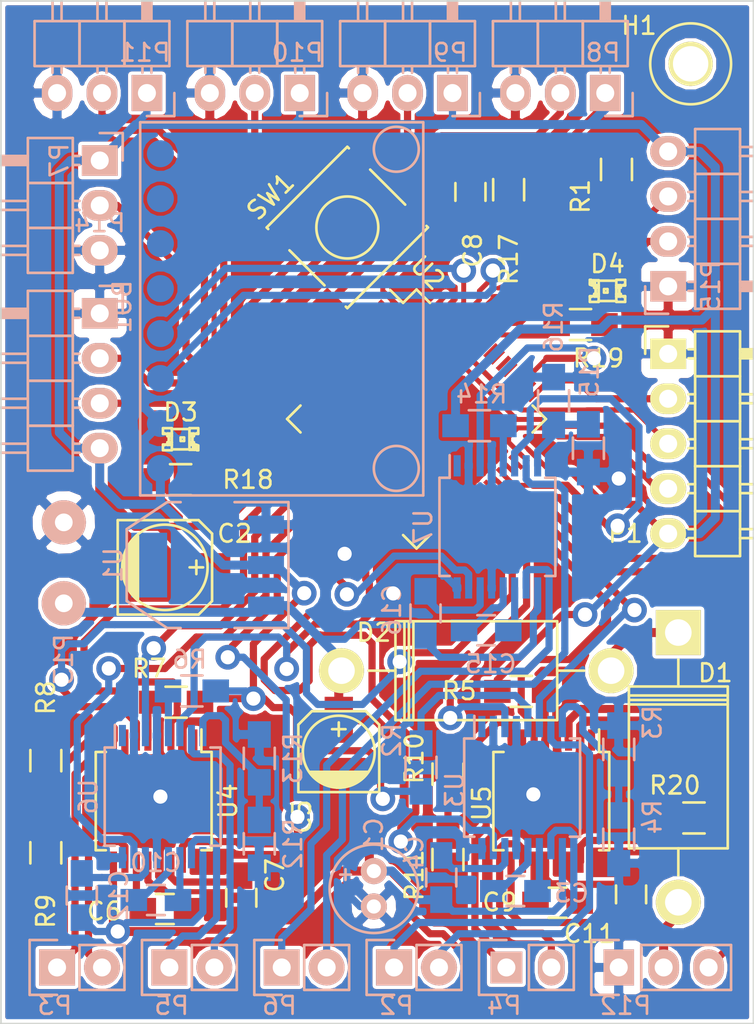
<source format=kicad_pcb>
(kicad_pcb (version 4) (host pcbnew "(after 2015-mar-04 BZR unknown)-product")
  (layers (0 F.Cu signal hide) (31 B.Cu signal hide) (34 B.Paste user hide) (35 F.Paste user) (36 B.SilkS user hide) (37 F.SilkS user) (38 B.Mask user) (39 F.Mask user) (44 Edge.Cuts user))
  (net 0 "")
  (net 1 +BATT)
  (net 2 GND)
  (net 3 +3V3)
  (net 4 "Net-(C3-Pad1)")
  (net 5 "Net-(C3-Pad2)")
  (net 6 "Net-(C4-Pad2)")
  (net 7 "Net-(C6-Pad1)")
  (net 8 "Net-(C6-Pad2)")
  (net 9 "Net-(C7-Pad2)")
  (net 10 "Net-(C9-Pad1)")
  (net 11 "Net-(C9-Pad2)")
  (net 12 "Net-(C10-Pad2)")
  (net 13 "Net-(C12-Pad2)")
  (net 14 "Net-(C15-Pad1)")
  (net 15 "Net-(C15-Pad2)")
  (net 16 "Net-(C16-Pad2)")
  (net 17 /SWDIO)
  (net 18 /SWCLK)
  (net 19 /NRST)
  (net 20 "Net-(P2-Pad1)")
  (net 21 "Net-(P2-Pad2)")
  (net 22 "Net-(P3-Pad1)")
  (net 23 "Net-(P3-Pad2)")
  (net 24 "Net-(P4-Pad1)")
  (net 25 "Net-(P4-Pad2)")
  (net 26 "Net-(P5-Pad1)")
  (net 27 "Net-(P5-Pad2)")
  (net 28 "Net-(P6-Pad1)")
  (net 29 "Net-(P6-Pad2)")
  (net 30 "Net-(R1-Pad2)")
  (net 31 "Net-(R3-Pad2)")
  (net 32 "Net-(R12-Pad2)")
  (net 33 "Net-(R14-Pad1)")
  (net 34 "Net-(U2-Pad2)")
  (net 35 "Net-(U2-Pad3)")
  (net 36 "Net-(U2-Pad4)")
  (net 37 "Net-(U2-Pad5)")
  (net 38 "Net-(U2-Pad6)")
  (net 39 "Net-(U2-Pad33)")
  (net 40 "Net-(U2-Pad34)")
  (net 41 "Net-(U2-Pad35)")
  (net 42 "Net-(U2-Pad36)")
  (net 43 "Net-(U2-Pad44)")
  (net 44 "Net-(U2-Pad45)")
  (net 45 "Net-(U2-Pad50)")
  (net 46 "Net-(U2-Pad52)")
  (net 47 "Net-(U2-Pad53)")
  (net 48 "Net-(U2-Pad54)")
  (net 49 "Net-(U2-Pad55)")
  (net 50 "Net-(U2-Pad56)")
  (net 51 "Net-(U3-Pad1)")
  (net 52 "Net-(U4-Pad1)")
  (net 53 "Net-(U5-Pad1)")
  (net 54 "Net-(U6-Pad1)")
  (net 55 "Net-(U7-Pad1)")
  (net 56 "Net-(C10-Pad1)")
  (net 57 "Net-(C11-Pad2)")
  (net 58 "Net-(D1-Pad2)")
  (net 59 "Net-(D1-Pad1)")
  (net 60 "Net-(D3-Pad1)")
  (net 61 "Net-(D4-Pad1)")
  (net 62 /POT0)
  (net 63 /POT1)
  (net 64 /POT2)
  (net 65 /POT3)
  (net 66 /POT4)
  (net 67 /SERVO_SIG)
  (net 68 "Net-(R2-Pad1)")
  (net 69 "Net-(R5-Pad1)")
  (net 70 "Net-(R6-Pad1)")
  (net 71 "Net-(R7-Pad1)")
  (net 72 "Net-(R8-Pad2)")
  (net 73 "Net-(R10-Pad2)")
  (net 74 "Net-(R15-Pad2)")
  (net 75 "Net-(R19-Pad2)")
  (net 76 /ADC_IN6)
  (net 77 /ADC_IN114)
  (net 78 enable4)
  (net 79 enable3)
  (net 80 enable2)
  (net 81 enable1)
  (net 82 enable0)
  (net 83 phase3)
  (net 84 vpropi3)
  (net 85 phase0)
  (net 86 vpropi0)
  (net 87 phase1)
  (net 88 vpropi1)
  (net 89 phase4)
  (net 90 vpropi4)
  (net 91 phase2)
  (net 92 vpropi2)
  (net 93 /SCL)
  (net 94 /SDA)
  (net 95 "Net-(BO1-Pad5)")
  (net 96 "Net-(BO1-Pad6)")
  (net 97 "Net-(BO1-Pad7)")
  (net 98 "Net-(BO1-Pad8)")
  (net 99 /TIM2_CH3)
  (net 100 /TX2)
  (net 101 /RX2)
  (net 102 /RX1)
  (net 103 /TX1)
  (net 104 /ADC_IN10)
  (module Capacitors_SMD:C_0805_HandSoldering (layer B.Cu) (at 162.433 137.922 180)
    (fp_text reference C3 (at -3.175 -0.127 180) (layer B.SilkS) (effects (justify mirror)))
    (fp_text value C)
    (pad 1 smd rect (at -1.25 0 180) (size 1.5 1.25) (layers B.Cu B.Paste B.Mask) (net 4 "Net-(C3-Pad1)"))
    (pad 2 smd rect (at 1.25 0 180) (size 1.5 1.25) (layers B.Cu B.Paste B.Mask) (net 5 "Net-(C3-Pad2)"))
  )
  (module Capacitors_SMD:C_0805_HandSoldering (layer B.Cu) (at 158.242 137.16 90)
    (fp_text reference C4 (at 1.397 -1.524 90) (layer B.SilkS) (effects (justify mirror)))
    (fp_text value 0.1uF)
    (pad 1 smd rect (at -1.25 0 90) (size 1.5 1.25) (layers B.Cu B.Paste B.Mask) (net 1 +BATT))
    (pad 2 smd rect (at 1.25 0 90) (size 1.5 1.25) (layers B.Cu B.Paste B.Mask) (net 6 "Net-(C4-Pad2)"))
  )
  (module Capacitors_SMD:c_elec_4x5.3 (layer F.Cu) (at 152.4508 130.048 90)
    (fp_text reference C5 (at -3.683 -2.0828 90) (layer F.SilkS))
    (fp_text value 10uF)
    (pad 1 smd rect (at 1.80086 0 90) (size 2.60096 1.6002) (layers F.Cu F.Paste F.Mask) (net 1 +BATT))
    (pad 2 smd rect (at -1.80086 0 90) (size 2.60096 1.6002) (layers F.Cu F.Paste F.Mask) (net 2 GND))
  )
  (module Capacitors_SMD:C_0805_HandSoldering (layer F.Cu) (at 142.621 138.938)
    (fp_text reference C6 (at -3.429 0.127) (layer F.SilkS))
    (fp_text value C)
    (pad 1 smd rect (at -1.25 0) (size 1.5 1.25) (layers F.Cu F.Paste F.Mask) (net 7 "Net-(C6-Pad1)"))
    (pad 2 smd rect (at 1.25 0) (size 1.5 1.25) (layers F.Cu F.Paste F.Mask) (net 8 "Net-(C6-Pad2)"))
  )
  (module Capacitors_SMD:C_0805_HandSoldering (layer F.Cu) (at 146.939 138.303 90)
    (fp_text reference C7 (at 1.27 1.905 90) (layer F.SilkS))
    (fp_text value 0.1uF)
    (pad 1 smd rect (at -1.25 0 90) (size 1.5 1.25) (layers F.Cu F.Paste F.Mask) (net 1 +BATT))
    (pad 2 smd rect (at 1.25 0 90) (size 1.5 1.25) (layers F.Cu F.Paste F.Mask) (net 9 "Net-(C7-Pad2)"))
  )
  (module Capacitors_SMD:C_0805_HandSoldering (layer F.Cu) (at 164.8206 138.5824)
    (fp_text reference C9 (at -3.2766 -0.0254) (layer F.SilkS))
    (fp_text value C)
    (pad 1 smd rect (at -1.25 0) (size 1.5 1.25) (layers F.Cu F.Paste F.Mask) (net 10 "Net-(C9-Pad1)"))
    (pad 2 smd rect (at 1.25 0) (size 1.5 1.25) (layers F.Cu F.Paste F.Mask) (net 11 "Net-(C9-Pad2)"))
  )
  (module Capacitors_SMD:C_0805_HandSoldering (layer B.Cu) (at 142.113 138.43 180)
    (fp_text reference C10 (at 0 2.1 180) (layer B.SilkS) (effects (justify mirror)))
    (fp_text value C)
    (pad 1 smd rect (at -1.25 0 180) (size 1.5 1.25) (layers B.Cu B.Paste B.Mask) (net 56 "Net-(C10-Pad1)"))
    (pad 2 smd rect (at 1.25 0 180) (size 1.5 1.25) (layers B.Cu B.Paste B.Mask) (net 12 "Net-(C10-Pad2)"))
  )
  (module Capacitors_SMD:C_0805_HandSoldering (layer B.Cu) (at 137.922 138.176 90)
    (fp_text reference C12 (at 0 2.1 90) (layer B.SilkS) (effects (justify mirror)))
    (fp_text value 0.1uF)
    (pad 1 smd rect (at -1.25 0 90) (size 1.5 1.25) (layers B.Cu B.Paste B.Mask) (net 1 +BATT))
    (pad 2 smd rect (at 1.25 0 90) (size 1.5 1.25) (layers B.Cu B.Paste B.Mask) (net 13 "Net-(C12-Pad2)"))
  )
  (module Capacitors_SMD:C_0805_HandSoldering (layer B.Cu) (at 160.782 123.19 180)
    (fp_text reference C15 (at -0.254 -1.905 180) (layer B.SilkS) (effects (justify mirror)))
    (fp_text value C)
    (pad 1 smd rect (at -1.25 0 180) (size 1.5 1.25) (layers B.Cu B.Paste B.Mask) (net 14 "Net-(C15-Pad1)"))
    (pad 2 smd rect (at 1.25 0 180) (size 1.5 1.25) (layers B.Cu B.Paste B.Mask) (net 15 "Net-(C15-Pad2)"))
  )
  (module Capacitors_SMD:C_0805_HandSoldering (layer B.Cu) (at 157.353 122.2375 90)
    (fp_text reference C16 (at 0.1905 -1.905 90) (layer B.SilkS) (effects (justify mirror)))
    (fp_text value 0.1uF)
    (pad 1 smd rect (at -1.25 0 90) (size 1.5 1.25) (layers B.Cu B.Paste B.Mask) (net 1 +BATT))
    (pad 2 smd rect (at 1.25 0 90) (size 1.5 1.25) (layers B.Cu B.Paste B.Mask) (net 16 "Net-(C16-Pad2)"))
  )
  (module Pin_Headers:Pin_Header_Straight_1x02 (layer B.Cu) (at 155.575 142.24 270)
    (fp_text reference P2 (at 2.159 -0.127 540) (layer B.SilkS) (effects (justify mirror)))
    (fp_text value CONN_DRV3)
    (pad 1 thru_hole rect (at 0 0 270) (size 2.032 2.032) (drill 1.016) (layers *.Cu *.Mask B.SilkS) (net 20 "Net-(P2-Pad1)"))
    (pad 2 thru_hole oval (at 0 -2.54 270) (size 2.032 2.032) (drill 1.016) (layers *.Cu *.Mask B.SilkS) (net 21 "Net-(P2-Pad2)"))
  )
  (module Resistors_SMD:R_0805_HandSoldering (layer F.Cu) (at 168.148 97.155 270)
    (fp_text reference R1 (at 1.524 2.032 270) (layer F.SilkS))
    (fp_text value 100k)
    (pad 1 smd rect (at -1.35 0 270) (size 1.5 1.3) (layers F.Cu F.Paste F.Mask) (net 2 GND))
    (pad 2 smd rect (at 1.35 0 270) (size 1.5 1.3) (layers F.Cu F.Paste F.Mask) (net 30 "Net-(R1-Pad2)"))
  )
  (module Resistors_SMD:R_0805_HandSoldering (layer B.Cu) (at 157.099 130.937 270)
    (fp_text reference R2 (at -1.524 1.651 270) (layer B.SilkS) (effects (justify mirror)))
    (fp_text value 1k)
    (pad 1 smd rect (at -1.35 0 270) (size 1.5 1.3) (layers B.Cu B.Paste B.Mask) (net 68 "Net-(R2-Pad1)"))
    (pad 2 smd rect (at 1.35 0 270) (size 1.5 1.3) (layers B.Cu B.Paste B.Mask) (net 3 +3V3))
  )
  (module Resistors_SMD:R_0805_HandSoldering (layer B.Cu) (at 168.275 129.921 270)
    (fp_text reference R3 (at -1.524 -1.905 270) (layer B.SilkS) (effects (justify mirror)))
    (fp_text value R)
    (pad 1 smd rect (at -1.35 0 270) (size 1.5 1.3) (layers B.Cu B.Paste B.Mask) (net 2 GND))
    (pad 2 smd rect (at 1.35 0 270) (size 1.5 1.3) (layers B.Cu B.Paste B.Mask) (net 31 "Net-(R3-Pad2)"))
  )
  (module Resistors_SMD:R_0805_HandSoldering (layer B.Cu) (at 168.275 135.001 90)
    (fp_text reference R4 (at 1.27 1.905 90) (layer B.SilkS) (effects (justify mirror)))
    (fp_text value R)
    (pad 1 smd rect (at -1.35 0 90) (size 1.5 1.3) (layers B.Cu B.Paste B.Mask) (net 2 GND))
    (pad 2 smd rect (at 1.35 0 90) (size 1.5 1.3) (layers B.Cu B.Paste B.Mask) (net 31 "Net-(R3-Pad2)"))
  )
  (module Resistors_SMD:R_0805_HandSoldering (layer F.Cu) (at 162.7632 126.6444 180)
    (fp_text reference R5 (at 3.5052 0.0254 180) (layer F.SilkS))
    (fp_text value 1k)
    (pad 1 smd rect (at -1.35 0 180) (size 1.5 1.3) (layers F.Cu F.Paste F.Mask) (net 69 "Net-(R5-Pad1)"))
    (pad 2 smd rect (at 1.35 0 180) (size 1.5 1.3) (layers F.Cu F.Paste F.Mask) (net 3 +3V3))
  )
  (module Resistors_SMD:R_0805_HandSoldering (layer B.Cu) (at 144.145 126.619)
    (fp_text reference R6 (at -0.127 -1.778) (layer B.SilkS) (effects (justify mirror)))
    (fp_text value 1k)
    (pad 1 smd rect (at -1.35 0) (size 1.5 1.3) (layers B.Cu B.Paste B.Mask) (net 70 "Net-(R6-Pad1)"))
    (pad 2 smd rect (at 1.35 0) (size 1.5 1.3) (layers B.Cu B.Paste B.Mask) (net 3 +3V3))
  )
  (module Resistors_SMD:R_0805_HandSoldering (layer F.Cu) (at 143.256 127.254)
    (fp_text reference R7 (at -1.524 -1.905) (layer F.SilkS))
    (fp_text value 1k)
    (pad 1 smd rect (at -1.35 0) (size 1.5 1.3) (layers F.Cu F.Paste F.Mask) (net 71 "Net-(R7-Pad1)"))
    (pad 2 smd rect (at 1.35 0) (size 1.5 1.3) (layers F.Cu F.Paste F.Mask) (net 3 +3V3))
  )
  (module Resistors_SMD:R_0805_HandSoldering (layer F.Cu) (at 135.89 130.556 270)
    (fp_text reference R8 (at -3.556 0 270) (layer F.SilkS))
    (fp_text value R)
    (pad 1 smd rect (at -1.35 0 270) (size 1.5 1.3) (layers F.Cu F.Paste F.Mask) (net 2 GND))
    (pad 2 smd rect (at 1.35 0 270) (size 1.5 1.3) (layers F.Cu F.Paste F.Mask) (net 72 "Net-(R8-Pad2)"))
  )
  (module Resistors_SMD:R_0805_HandSoldering (layer F.Cu) (at 135.89 135.763 90)
    (fp_text reference R9 (at -3.302 0 90) (layer F.SilkS))
    (fp_text value R)
    (pad 1 smd rect (at -1.35 0 90) (size 1.5 1.3) (layers F.Cu F.Paste F.Mask) (net 2 GND))
    (pad 2 smd rect (at 1.35 0 90) (size 1.5 1.3) (layers F.Cu F.Paste F.Mask) (net 72 "Net-(R8-Pad2)"))
  )
  (module Resistors_SMD:R_0805_HandSoldering (layer F.Cu) (at 158.623 131.318 270)
    (fp_text reference R10 (at -0.889 1.905 270) (layer F.SilkS))
    (fp_text value R)
    (pad 1 smd rect (at -1.35 0 270) (size 1.5 1.3) (layers F.Cu F.Paste F.Mask) (net 2 GND))
    (pad 2 smd rect (at 1.35 0 270) (size 1.5 1.3) (layers F.Cu F.Paste F.Mask) (net 73 "Net-(R10-Pad2)"))
  )
  (module Resistors_SMD:R_0805_HandSoldering (layer F.Cu) (at 158.623 136.144 90)
    (fp_text reference R11 (at -0.889 -1.905 90) (layer F.SilkS))
    (fp_text value R)
    (pad 1 smd rect (at -1.35 0 90) (size 1.5 1.3) (layers F.Cu F.Paste F.Mask) (net 2 GND))
    (pad 2 smd rect (at 1.35 0 90) (size 1.5 1.3) (layers F.Cu F.Paste F.Mask) (net 73 "Net-(R10-Pad2)"))
  )
  (module Resistors_SMD:R_0805_HandSoldering (layer B.Cu) (at 147.955 135.255 90)
    (fp_text reference R12 (at 0 1.905 90) (layer B.SilkS) (effects (justify mirror)))
    (fp_text value R)
    (pad 1 smd rect (at -1.35 0 90) (size 1.5 1.3) (layers B.Cu B.Paste B.Mask) (net 2 GND))
    (pad 2 smd rect (at 1.35 0 90) (size 1.5 1.3) (layers B.Cu B.Paste B.Mask) (net 32 "Net-(R12-Pad2)"))
  )
  (module Resistors_SMD:R_0805_HandSoldering (layer B.Cu) (at 147.955 130.429 270)
    (fp_text reference R13 (at 0 -1.905 270) (layer B.SilkS) (effects (justify mirror)))
    (fp_text value R)
    (pad 1 smd rect (at -1.35 0 270) (size 1.5 1.3) (layers B.Cu B.Paste B.Mask) (net 2 GND))
    (pad 2 smd rect (at 1.35 0 270) (size 1.5 1.3) (layers B.Cu B.Paste B.Mask) (net 32 "Net-(R12-Pad2)"))
  )
  (module Resistors_SMD:R_0805_HandSoldering (layer B.Cu) (at 160.401 111.633 180)
    (fp_text reference R14 (at -0.127 1.778 180) (layer B.SilkS) (effects (justify mirror)))
    (fp_text value 1k)
    (pad 1 smd rect (at -1.35 0 180) (size 1.5 1.3) (layers B.Cu B.Paste B.Mask) (net 33 "Net-(R14-Pad1)"))
    (pad 2 smd rect (at 1.35 0 180) (size 1.5 1.3) (layers B.Cu B.Paste B.Mask) (net 3 +3V3))
  )
  (module Resistors_SMD:R_0805_HandSoldering (layer B.Cu) (at 166.5605 112.903 90)
    (fp_text reference R15 (at 4.318 0.0635 90) (layer B.SilkS) (effects (justify mirror)))
    (fp_text value R)
    (pad 1 smd rect (at -1.35 0 90) (size 1.5 1.3) (layers B.Cu B.Paste B.Mask) (net 2 GND))
    (pad 2 smd rect (at 1.35 0 90) (size 1.5 1.3) (layers B.Cu B.Paste B.Mask) (net 74 "Net-(R15-Pad2)"))
  )
  (module Resistors_SMD:R_0805_HandSoldering (layer B.Cu) (at 164.592 110.236 270)
    (fp_text reference R16 (at -4.191 0 270) (layer B.SilkS) (effects (justify mirror)))
    (fp_text value R)
    (pad 1 smd rect (at -1.35 0 270) (size 1.5 1.3) (layers B.Cu B.Paste B.Mask) (net 2 GND))
    (pad 2 smd rect (at 1.35 0 270) (size 1.5 1.3) (layers B.Cu B.Paste B.Mask) (net 74 "Net-(R15-Pad2)"))
  )
  (module Resistors_SMD:R_0805_HandSoldering (layer F.Cu) (at 162.052 98.298 90)
    (fp_text reference R17 (at -3.937 0 90) (layer F.SilkS))
    (fp_text value 10k)
    (pad 1 smd rect (at -1.35 0 90) (size 1.5 1.3) (layers F.Cu F.Paste F.Mask) (net 19 /NRST))
    (pad 2 smd rect (at 1.35 0 90) (size 1.5 1.3) (layers F.Cu F.Paste F.Mask) (net 3 +3V3))
  )
  (module Resistors_SMD:R_0805_HandSoldering (layer F.Cu) (at 143.51 114.681 180)
    (fp_text reference R18 (at -3.81 0 180) (layer F.SilkS))
    (fp_text value 470r)
    (pad 1 smd rect (at -1.35 0 180) (size 1.5 1.3) (layers F.Cu F.Paste F.Mask) (net 60 "Net-(D3-Pad1)"))
    (pad 2 smd rect (at 1.35 0 180) (size 1.5 1.3) (layers F.Cu F.Paste F.Mask) (net 3 +3V3))
  )
  (module Resistors_SMD:R_0805_HandSoldering (layer F.Cu) (at 166.116 105.918 180)
    (fp_text reference R19 (at -1.016 -1.905 180) (layer F.SilkS))
    (fp_text value 470r)
    (pad 1 smd rect (at -1.35 0 180) (size 1.5 1.3) (layers F.Cu F.Paste F.Mask) (net 61 "Net-(D4-Pad1)"))
    (pad 2 smd rect (at 1.35 0 180) (size 1.5 1.3) (layers F.Cu F.Paste F.Mask) (net 75 "Net-(R19-Pad2)"))
  )
  (module SMD_Packages:SOT-223 (layer B.Cu) (at 145.034 119.507 270)
    (fp_text reference U1 (at 0 5.334 270) (layer B.SilkS) (effects (justify mirror)))
    (fp_text value LD1117S33TR)
    (pad 4 smd rect (at 0 3.302 270) (size 3.6576 2.032) (layers B.Cu B.Paste B.Mask))
    (pad 2 smd rect (at 0 -3.302 270) (size 1.016 2.032) (layers B.Cu B.Paste B.Mask) (net 3 +3V3))
    (pad 3 smd rect (at 2.286 -3.302 270) (size 1.016 2.032) (layers B.Cu B.Paste B.Mask) (net 1 +BATT))
    (pad 1 smd rect (at -2.286 -3.302 270) (size 1.016 2.032) (layers B.Cu B.Paste B.Mask) (net 2 GND))
  )
  (module Housings_QFP:LQFP-64_10x10mm_Pitch0.5mm (layer F.Cu) (at 156.845 111.252 315)
    (fp_text reference U2 (at -5.388154 -6.286179 495) (layer F.SilkS))
    (fp_text value STM32F103)
    (pad 1 smd rect (at -5.7 -3.75 315) (size 1 0.25) (layers F.Cu F.Paste F.Mask) (net 3 +3V3))
    (pad 2 smd rect (at -5.7 -3.25 315) (size 1 0.25) (layers F.Cu F.Paste F.Mask) (net 34 "Net-(U2-Pad2)"))
    (pad 3 smd rect (at -5.7 -2.75 315) (size 1 0.25) (layers F.Cu F.Paste F.Mask) (net 35 "Net-(U2-Pad3)"))
    (pad 4 smd rect (at -5.7 -2.25 315) (size 1 0.25) (layers F.Cu F.Paste F.Mask) (net 36 "Net-(U2-Pad4)"))
    (pad 5 smd rect (at -5.7 -1.75 315) (size 1 0.25) (layers F.Cu F.Paste F.Mask) (net 37 "Net-(U2-Pad5)"))
    (pad 6 smd rect (at -5.7 -1.25 315) (size 1 0.25) (layers F.Cu F.Paste F.Mask) (net 38 "Net-(U2-Pad6)"))
    (pad 7 smd rect (at -5.7 -0.75 315) (size 1 0.25) (layers F.Cu F.Paste F.Mask) (net 19 /NRST))
    (pad 8 smd rect (at -5.7 -0.25 315) (size 1 0.25) (layers F.Cu F.Paste F.Mask) (net 104 /ADC_IN10))
    (pad 9 smd rect (at -5.7 0.25 315) (size 1 0.25) (layers F.Cu F.Paste F.Mask) (net 63 /POT1))
    (pad 10 smd rect (at -5.7 0.75 315) (size 1 0.25) (layers F.Cu F.Paste F.Mask) (net 64 /POT2))
    (pad 11 smd rect (at -5.7 1.25 315) (size 1 0.25) (layers F.Cu F.Paste F.Mask) (net 65 /POT3))
    (pad 12 smd rect (at -5.7 1.75 315) (size 1 0.25) (layers F.Cu F.Paste F.Mask) (net 2 GND))
    (pad 13 smd rect (at -5.7 2.25 315) (size 1 0.25) (layers F.Cu F.Paste F.Mask) (net 3 +3V3))
    (pad 14 smd rect (at -5.7 2.75 315) (size 1 0.25) (layers F.Cu F.Paste F.Mask) (net 66 /POT4))
    (pad 15 smd rect (at -5.7 3.25 315) (size 1 0.25) (layers F.Cu F.Paste F.Mask) (net 62 /POT0))
    (pad 16 smd rect (at -5.7 3.75 315) (size 1 0.25) (layers F.Cu F.Paste F.Mask) (net 100 /TX2))
    (pad 17 smd rect (at -3.75 5.7 45) (size 1 0.25) (layers F.Cu F.Paste F.Mask) (net 101 /RX2))
    (pad 18 smd rect (at -3.25 5.7 45) (size 1 0.25) (layers F.Cu F.Paste F.Mask) (net 3 +3V3))
    (pad 19 smd rect (at -2.75 5.7 45) (size 1 0.25) (layers F.Cu F.Paste F.Mask) (net 2 GND))
    (pad 20 smd rect (at -2.25 5.7 45) (size 1 0.25) (layers F.Cu F.Paste F.Mask) (net 85 phase0))
    (pad 21 smd rect (at -1.75 5.7 45) (size 1 0.25) (layers F.Cu F.Paste F.Mask) (net 89 phase4))
    (pad 22 smd rect (at -1.25 5.7 45) (size 1 0.25) (layers F.Cu F.Paste F.Mask) (net 76 /ADC_IN6))
    (pad 23 smd rect (at -0.75 5.7 45) (size 1 0.25) (layers F.Cu F.Paste F.Mask) (net 90 vpropi4))
    (pad 24 smd rect (at -0.25 5.7 45) (size 1 0.25) (layers F.Cu F.Paste F.Mask) (net 77 /ADC_IN114))
    (pad 25 smd rect (at 0.25 5.7 45) (size 1 0.25) (layers F.Cu F.Paste F.Mask) (net 86 vpropi0))
    (pad 26 smd rect (at 0.75 5.7 45) (size 1 0.25) (layers F.Cu F.Paste F.Mask) (net 84 vpropi3))
    (pad 27 smd rect (at 1.25 5.7 45) (size 1 0.25) (layers F.Cu F.Paste F.Mask) (net 92 vpropi2))
    (pad 28 smd rect (at 1.75 5.7 45) (size 1 0.25) (layers F.Cu F.Paste F.Mask) (net 2 GND))
    (pad 29 smd rect (at 2.25 5.7 45) (size 1 0.25) (layers F.Cu F.Paste F.Mask) (net 99 /TIM2_CH3))
    (pad 30 smd rect (at 2.75 5.7 45) (size 1 0.25) (layers F.Cu F.Paste F.Mask) (net 78 enable4))
    (pad 31 smd rect (at 3.25 5.7 45) (size 1 0.25) (layers F.Cu F.Paste F.Mask) (net 3 +3V3))
    (pad 32 smd rect (at 3.75 5.7 45) (size 1 0.25) (layers F.Cu F.Paste F.Mask) (net 2 GND))
    (pad 33 smd rect (at 5.7 3.75 315) (size 1 0.25) (layers F.Cu F.Paste F.Mask) (net 39 "Net-(U2-Pad33)"))
    (pad 34 smd rect (at 5.7 3.25 315) (size 1 0.25) (layers F.Cu F.Paste F.Mask) (net 40 "Net-(U2-Pad34)"))
    (pad 35 smd rect (at 5.7 2.75 315) (size 1 0.25) (layers F.Cu F.Paste F.Mask) (net 41 "Net-(U2-Pad35)"))
    (pad 36 smd rect (at 5.7 2.25 315) (size 1 0.25) (layers F.Cu F.Paste F.Mask) (net 42 "Net-(U2-Pad36)"))
    (pad 37 smd rect (at 5.7 1.75 315) (size 1 0.25) (layers F.Cu F.Paste F.Mask) (net 82 enable0))
    (pad 38 smd rect (at 5.7 1.25 315) (size 1 0.25) (layers F.Cu F.Paste F.Mask) (net 83 phase3))
    (pad 39 smd rect (at 5.7 0.75 315) (size 1 0.25) (layers F.Cu F.Paste F.Mask) (net 81 enable1))
    (pad 40 smd rect (at 5.7 0.25 315) (size 1 0.25) (layers F.Cu F.Paste F.Mask) (net 79 enable3))
    (pad 41 smd rect (at 5.7 -0.25 315) (size 1 0.25) (layers F.Cu F.Paste F.Mask) (net 87 phase1))
    (pad 42 smd rect (at 5.7 -0.75 315) (size 1 0.25) (layers F.Cu F.Paste F.Mask) (net 67 /SERVO_SIG))
    (pad 43 smd rect (at 5.7 -1.25 315) (size 1 0.25) (layers F.Cu F.Paste F.Mask) (net 80 enable2))
    (pad 44 smd rect (at 5.7 -1.75 315) (size 1 0.25) (layers F.Cu F.Paste F.Mask) (net 43 "Net-(U2-Pad44)"))
    (pad 45 smd rect (at 5.7 -2.25 315) (size 1 0.25) (layers F.Cu F.Paste F.Mask) (net 44 "Net-(U2-Pad45)"))
    (pad 46 smd rect (at 5.7 -2.75 315) (size 1 0.25) (layers F.Cu F.Paste F.Mask) (net 17 /SWDIO))
    (pad 47 smd rect (at 5.7 -3.25 315) (size 1 0.25) (layers F.Cu F.Paste F.Mask) (net 3 +3V3))
    (pad 48 smd rect (at 5.7 -3.75 315) (size 1 0.25) (layers F.Cu F.Paste F.Mask) (net 2 GND))
    (pad 49 smd rect (at 3.75 -5.7 45) (size 1 0.25) (layers F.Cu F.Paste F.Mask) (net 18 /SWCLK))
    (pad 50 smd rect (at 3.25 -5.7 45) (size 1 0.25) (layers F.Cu F.Paste F.Mask) (net 45 "Net-(U2-Pad50)"))
    (pad 51 smd rect (at 2.75 -5.7 45) (size 1 0.25) (layers F.Cu F.Paste F.Mask) (net 91 phase2))
    (pad 52 smd rect (at 2.25 -5.7 45) (size 1 0.25) (layers F.Cu F.Paste F.Mask) (net 46 "Net-(U2-Pad52)"))
    (pad 53 smd rect (at 1.75 -5.7 45) (size 1 0.25) (layers F.Cu F.Paste F.Mask) (net 47 "Net-(U2-Pad53)"))
    (pad 54 smd rect (at 1.25 -5.7 45) (size 1 0.25) (layers F.Cu F.Paste F.Mask) (net 48 "Net-(U2-Pad54)"))
    (pad 55 smd rect (at 0.75 -5.7 45) (size 1 0.25) (layers F.Cu F.Paste F.Mask) (net 49 "Net-(U2-Pad55)"))
    (pad 56 smd rect (at 0.25 -5.7 45) (size 1 0.25) (layers F.Cu F.Paste F.Mask) (net 50 "Net-(U2-Pad56)"))
    (pad 57 smd rect (at -0.25 -5.7 45) (size 1 0.25) (layers F.Cu F.Paste F.Mask) (net 75 "Net-(R19-Pad2)"))
    (pad 58 smd rect (at -0.75 -5.7 45) (size 1 0.25) (layers F.Cu F.Paste F.Mask) (net 103 /TX1))
    (pad 59 smd rect (at -1.25 -5.7 45) (size 1 0.25) (layers F.Cu F.Paste F.Mask) (net 102 /RX1))
    (pad 60 smd rect (at -1.75 -5.7 45) (size 1 0.25) (layers F.Cu F.Paste F.Mask) (net 30 "Net-(R1-Pad2)"))
    (pad 61 smd rect (at -2.25 -5.7 45) (size 1 0.25) (layers F.Cu F.Paste F.Mask) (net 93 /SCL))
    (pad 62 smd rect (at -2.75 -5.7 45) (size 1 0.25) (layers F.Cu F.Paste F.Mask) (net 94 /SDA))
    (pad 63 smd rect (at -3.25 -5.7 45) (size 1 0.25) (layers F.Cu F.Paste F.Mask) (net 2 GND))
    (pad 64 smd rect (at -3.75 -5.7 45) (size 1 0.25) (layers F.Cu F.Paste F.Mask) (net 3 +3V3))
  )
  (module Housings_SSOP:SSOP-16_5.3x6.2mm_Pitch0.65mm (layer B.Cu) (at 162.814 132.08 270)
    (fp_text reference U3 (at 0.127 3.81 270) (layer B.SilkS) (effects (justify mirror)))
    (fp_text value DRV8801)
    (pad 1 smd rect (at -3.45 2.275 270) (size 1.2 0.4) (layers B.Cu B.Paste B.Mask) (net 51 "Net-(U3-Pad1)"))
    (pad 2 smd rect (at -3.45 1.625 270) (size 1.2 0.4) (layers B.Cu B.Paste B.Mask) (net 2 GND))
    (pad 3 smd rect (at -3.45 0.975 270) (size 1.2 0.4) (layers B.Cu B.Paste B.Mask) (net 83 phase3))
    (pad 4 smd rect (at -3.45 0.325 270) (size 1.2 0.4) (layers B.Cu B.Paste B.Mask) (net 2 GND))
    (pad 5 smd rect (at -3.45 -0.325 270) (size 1.2 0.4) (layers B.Cu B.Paste B.Mask) (net 68 "Net-(R2-Pad1)"))
    (pad 6 smd rect (at -3.45 -0.975 270) (size 1.2 0.4) (layers B.Cu B.Paste B.Mask) (net 79 enable3))
    (pad 7 smd rect (at -3.45 -1.625 270) (size 1.2 0.4) (layers B.Cu B.Paste B.Mask) (net 21 "Net-(P2-Pad2)"))
    (pad 8 smd rect (at -3.45 -2.275 270) (size 1.2 0.4) (layers B.Cu B.Paste B.Mask) (net 31 "Net-(R3-Pad2)"))
    (pad 9 smd rect (at 3.45 -2.275 270) (size 1.2 0.4) (layers B.Cu B.Paste B.Mask) (net 1 +BATT))
    (pad 10 smd rect (at 3.45 -1.625 270) (size 1.2 0.4) (layers B.Cu B.Paste B.Mask) (net 20 "Net-(P2-Pad1)"))
    (pad 11 smd rect (at 3.45 -0.975 270) (size 1.2 0.4) (layers B.Cu B.Paste B.Mask) (net 4 "Net-(C3-Pad1)"))
    (pad 12 smd rect (at 3.45 -0.325 270) (size 1.2 0.4) (layers B.Cu B.Paste B.Mask) (net 5 "Net-(C3-Pad2)"))
    (pad 13 smd rect (at 3.45 0.325 270) (size 1.2 0.4) (layers B.Cu B.Paste B.Mask) (net 2 GND))
    (pad 14 smd rect (at 3.45 0.975 270) (size 1.2 0.4) (layers B.Cu B.Paste B.Mask) (net 6 "Net-(C4-Pad2)"))
    (pad 15 smd rect (at 3.45 1.625 270) (size 1.2 0.4) (layers B.Cu B.Paste B.Mask) (net 84 vpropi3))
    (pad 16 smd rect (at 3.45 2.275 270) (size 1.2 0.4) (layers B.Cu B.Paste B.Mask) (net 2 GND))
  )
  (module Housings_SSOP:SSOP-16_5.3x6.2mm_Pitch0.65mm (layer F.Cu) (at 141.986 132.842 270)
    (fp_text reference U4 (at 0 -4.2 270) (layer F.SilkS))
    (fp_text value DRV8801)
    (pad 1 smd rect (at -3.45 -2.275 270) (size 1.2 0.4) (layers F.Cu F.Paste F.Mask) (net 52 "Net-(U4-Pad1)"))
    (pad 2 smd rect (at -3.45 -1.625 270) (size 1.2 0.4) (layers F.Cu F.Paste F.Mask) (net 2 GND))
    (pad 3 smd rect (at -3.45 -0.975 270) (size 1.2 0.4) (layers F.Cu F.Paste F.Mask) (net 85 phase0))
    (pad 4 smd rect (at -3.45 -0.325 270) (size 1.2 0.4) (layers F.Cu F.Paste F.Mask) (net 2 GND))
    (pad 5 smd rect (at -3.45 0.325 270) (size 1.2 0.4) (layers F.Cu F.Paste F.Mask) (net 71 "Net-(R7-Pad1)"))
    (pad 6 smd rect (at -3.45 0.975 270) (size 1.2 0.4) (layers F.Cu F.Paste F.Mask) (net 82 enable0))
    (pad 7 smd rect (at -3.45 1.625 270) (size 1.2 0.4) (layers F.Cu F.Paste F.Mask) (net 22 "Net-(P3-Pad1)"))
    (pad 8 smd rect (at -3.45 2.275 270) (size 1.2 0.4) (layers F.Cu F.Paste F.Mask) (net 72 "Net-(R8-Pad2)"))
    (pad 9 smd rect (at 3.45 2.275 270) (size 1.2 0.4) (layers F.Cu F.Paste F.Mask) (net 1 +BATT))
    (pad 10 smd rect (at 3.45 1.625 270) (size 1.2 0.4) (layers F.Cu F.Paste F.Mask) (net 23 "Net-(P3-Pad2)"))
    (pad 11 smd rect (at 3.45 0.975 270) (size 1.2 0.4) (layers F.Cu F.Paste F.Mask) (net 7 "Net-(C6-Pad1)"))
    (pad 12 smd rect (at 3.45 0.325 270) (size 1.2 0.4) (layers F.Cu F.Paste F.Mask) (net 8 "Net-(C6-Pad2)"))
    (pad 13 smd rect (at 3.45 -0.325 270) (size 1.2 0.4) (layers F.Cu F.Paste F.Mask) (net 2 GND))
    (pad 14 smd rect (at 3.45 -0.975 270) (size 1.2 0.4) (layers F.Cu F.Paste F.Mask) (net 9 "Net-(C7-Pad2)"))
    (pad 15 smd rect (at 3.45 -1.625 270) (size 1.2 0.4) (layers F.Cu F.Paste F.Mask) (net 86 vpropi0))
    (pad 16 smd rect (at 3.45 -2.275 270) (size 1.2 0.4) (layers F.Cu F.Paste F.Mask) (net 2 GND))
  )
  (module Housings_SSOP:SSOP-16_5.3x6.2mm_Pitch0.65mm (layer F.Cu) (at 164.465 132.842 270)
    (fp_text reference U5 (at 0.127 3.937 270) (layer F.SilkS))
    (fp_text value DRV8801)
    (pad 1 smd rect (at -3.45 -2.275 270) (size 1.2 0.4) (layers F.Cu F.Paste F.Mask) (net 53 "Net-(U5-Pad1)"))
    (pad 2 smd rect (at -3.45 -1.625 270) (size 1.2 0.4) (layers F.Cu F.Paste F.Mask) (net 2 GND))
    (pad 3 smd rect (at -3.45 -0.975 270) (size 1.2 0.4) (layers F.Cu F.Paste F.Mask) (net 87 phase1))
    (pad 4 smd rect (at -3.45 -0.325 270) (size 1.2 0.4) (layers F.Cu F.Paste F.Mask) (net 2 GND))
    (pad 5 smd rect (at -3.45 0.325 270) (size 1.2 0.4) (layers F.Cu F.Paste F.Mask) (net 69 "Net-(R5-Pad1)"))
    (pad 6 smd rect (at -3.45 0.975 270) (size 1.2 0.4) (layers F.Cu F.Paste F.Mask) (net 81 enable1))
    (pad 7 smd rect (at -3.45 1.625 270) (size 1.2 0.4) (layers F.Cu F.Paste F.Mask) (net 24 "Net-(P4-Pad1)"))
    (pad 8 smd rect (at -3.45 2.275 270) (size 1.2 0.4) (layers F.Cu F.Paste F.Mask) (net 73 "Net-(R10-Pad2)"))
    (pad 9 smd rect (at 3.45 2.275 270) (size 1.2 0.4) (layers F.Cu F.Paste F.Mask) (net 1 +BATT))
    (pad 10 smd rect (at 3.45 1.625 270) (size 1.2 0.4) (layers F.Cu F.Paste F.Mask) (net 25 "Net-(P4-Pad2)"))
    (pad 11 smd rect (at 3.45 0.975 270) (size 1.2 0.4) (layers F.Cu F.Paste F.Mask) (net 10 "Net-(C9-Pad1)"))
    (pad 12 smd rect (at 3.45 0.325 270) (size 1.2 0.4) (layers F.Cu F.Paste F.Mask) (net 11 "Net-(C9-Pad2)"))
    (pad 13 smd rect (at 3.45 -0.325 270) (size 1.2 0.4) (layers F.Cu F.Paste F.Mask) (net 2 GND))
    (pad 14 smd rect (at 3.45 -0.975 270) (size 1.2 0.4) (layers F.Cu F.Paste F.Mask) (net 57 "Net-(C11-Pad2)"))
    (pad 15 smd rect (at 3.45 -1.625 270) (size 1.2 0.4) (layers F.Cu F.Paste F.Mask) (net 88 vpropi1))
    (pad 16 smd rect (at 3.45 -2.275 270) (size 1.2 0.4) (layers F.Cu F.Paste F.Mask) (net 2 GND))
  )
  (module Housings_SSOP:SSOP-16_5.3x6.2mm_Pitch0.65mm (layer B.Cu) (at 142.494 132.588 270)
    (fp_text reference U6 (at 0 4.2 270) (layer B.SilkS) (effects (justify mirror)))
    (fp_text value DRV8801)
    (pad 1 smd rect (at -3.45 2.275 270) (size 1.2 0.4) (layers B.Cu B.Paste B.Mask) (net 54 "Net-(U6-Pad1)"))
    (pad 2 smd rect (at -3.45 1.625 270) (size 1.2 0.4) (layers B.Cu B.Paste B.Mask) (net 2 GND))
    (pad 3 smd rect (at -3.45 0.975 270) (size 1.2 0.4) (layers B.Cu B.Paste B.Mask) (net 89 phase4))
    (pad 4 smd rect (at -3.45 0.325 270) (size 1.2 0.4) (layers B.Cu B.Paste B.Mask) (net 2 GND))
    (pad 5 smd rect (at -3.45 -0.325 270) (size 1.2 0.4) (layers B.Cu B.Paste B.Mask) (net 70 "Net-(R6-Pad1)"))
    (pad 6 smd rect (at -3.45 -0.975 270) (size 1.2 0.4) (layers B.Cu B.Paste B.Mask) (net 78 enable4))
    (pad 7 smd rect (at -3.45 -1.625 270) (size 1.2 0.4) (layers B.Cu B.Paste B.Mask) (net 27 "Net-(P5-Pad2)"))
    (pad 8 smd rect (at -3.45 -2.275 270) (size 1.2 0.4) (layers B.Cu B.Paste B.Mask) (net 32 "Net-(R12-Pad2)"))
    (pad 9 smd rect (at 3.45 -2.275 270) (size 1.2 0.4) (layers B.Cu B.Paste B.Mask) (net 1 +BATT))
    (pad 10 smd rect (at 3.45 -1.625 270) (size 1.2 0.4) (layers B.Cu B.Paste B.Mask) (net 26 "Net-(P5-Pad1)"))
    (pad 11 smd rect (at 3.45 -0.975 270) (size 1.2 0.4) (layers B.Cu B.Paste B.Mask) (net 56 "Net-(C10-Pad1)"))
    (pad 12 smd rect (at 3.45 -0.325 270) (size 1.2 0.4) (layers B.Cu B.Paste B.Mask) (net 12 "Net-(C10-Pad2)"))
    (pad 13 smd rect (at 3.45 0.325 270) (size 1.2 0.4) (layers B.Cu B.Paste B.Mask) (net 2 GND))
    (pad 14 smd rect (at 3.45 0.975 270) (size 1.2 0.4) (layers B.Cu B.Paste B.Mask) (net 13 "Net-(C12-Pad2)"))
    (pad 15 smd rect (at 3.45 1.625 270) (size 1.2 0.4) (layers B.Cu B.Paste B.Mask) (net 90 vpropi4))
    (pad 16 smd rect (at 3.45 2.275 270) (size 1.2 0.4) (layers B.Cu B.Paste B.Mask) (net 2 GND))
  )
  (module Housings_SSOP:SSOP-16_5.3x6.2mm_Pitch0.65mm (layer B.Cu) (at 161.417 117.348 270)
    (fp_text reference U7 (at 0 4.2 270) (layer B.SilkS) (effects (justify mirror)))
    (fp_text value DRV8801)
    (pad 1 smd rect (at -3.45 2.275 270) (size 1.2 0.4) (layers B.Cu B.Paste B.Mask) (net 55 "Net-(U7-Pad1)"))
    (pad 2 smd rect (at -3.45 1.625 270) (size 1.2 0.4) (layers B.Cu B.Paste B.Mask) (net 2 GND))
    (pad 3 smd rect (at -3.45 0.975 270) (size 1.2 0.4) (layers B.Cu B.Paste B.Mask) (net 91 phase2))
    (pad 4 smd rect (at -3.45 0.325 270) (size 1.2 0.4) (layers B.Cu B.Paste B.Mask) (net 2 GND))
    (pad 5 smd rect (at -3.45 -0.325 270) (size 1.2 0.4) (layers B.Cu B.Paste B.Mask) (net 33 "Net-(R14-Pad1)"))
    (pad 6 smd rect (at -3.45 -0.975 270) (size 1.2 0.4) (layers B.Cu B.Paste B.Mask) (net 80 enable2))
    (pad 7 smd rect (at -3.45 -1.625 270) (size 1.2 0.4) (layers B.Cu B.Paste B.Mask) (net 29 "Net-(P6-Pad2)"))
    (pad 8 smd rect (at -3.45 -2.275 270) (size 1.2 0.4) (layers B.Cu B.Paste B.Mask) (net 74 "Net-(R15-Pad2)"))
    (pad 9 smd rect (at 3.45 -2.275 270) (size 1.2 0.4) (layers B.Cu B.Paste B.Mask) (net 1 +BATT))
    (pad 10 smd rect (at 3.45 -1.625 270) (size 1.2 0.4) (layers B.Cu B.Paste B.Mask) (net 28 "Net-(P6-Pad1)"))
    (pad 11 smd rect (at 3.45 -0.975 270) (size 1.2 0.4) (layers B.Cu B.Paste B.Mask) (net 14 "Net-(C15-Pad1)"))
    (pad 12 smd rect (at 3.45 -0.325 270) (size 1.2 0.4) (layers B.Cu B.Paste B.Mask) (net 15 "Net-(C15-Pad2)"))
    (pad 13 smd rect (at 3.45 0.325 270) (size 1.2 0.4) (layers B.Cu B.Paste B.Mask) (net 2 GND))
    (pad 14 smd rect (at 3.45 0.975 270) (size 1.2 0.4) (layers B.Cu B.Paste B.Mask) (net 16 "Net-(C16-Pad2)"))
    (pad 15 smd rect (at 3.45 1.625 270) (size 1.2 0.4) (layers B.Cu B.Paste B.Mask) (net 92 vpropi2))
    (pad 16 smd rect (at 3.45 2.275 270) (size 1.2 0.4) (layers B.Cu B.Paste B.Mask) (net 2 GND))
  )
  (module Pin_Headers:Pin_Header_Straight_1x02 (layer B.Cu) (at 136.525 142.24 270)
    (fp_text reference P3 (at 2.159 0.127 360) (layer B.SilkS) (effects (justify mirror)))
    (fp_text value CONN_DRV0)
    (pad 1 thru_hole rect (at 0 0 270) (size 2.032 2.032) (drill 1.016) (layers *.Cu *.Mask B.SilkS) (net 22 "Net-(P3-Pad1)"))
    (pad 2 thru_hole oval (at 0 -2.54 270) (size 2.032 2.032) (drill 1.016) (layers *.Cu *.Mask B.SilkS) (net 23 "Net-(P3-Pad2)"))
  )
  (module Pin_Headers:Pin_Header_Straight_1x02 (layer B.Cu) (at 161.925 142.24 270)
    (fp_text reference P4 (at 2.159 0.127 360) (layer B.SilkS) (effects (justify mirror)))
    (fp_text value CONN_DRV1)
    (pad 1 thru_hole rect (at 0 0 270) (size 1.8 1.8) (drill 1.016) (layers *.Cu *.Mask B.SilkS) (net 24 "Net-(P4-Pad1)"))
    (pad 2 thru_hole oval (at 0 -2.54 270) (size 2.032 1.5) (drill 1.016) (layers *.Cu *.Mask B.SilkS) (net 25 "Net-(P4-Pad2)"))
  )
  (module Pin_Headers:Pin_Header_Straight_1x02 (layer B.Cu) (at 142.875 142.24 270)
    (fp_text reference P5 (at 2.159 -0.127 360) (layer B.SilkS) (effects (justify mirror)))
    (fp_text value CONN_DRV4)
    (pad 1 thru_hole rect (at 0 0 270) (size 2.032 2.032) (drill 1.016) (layers *.Cu *.Mask B.SilkS) (net 26 "Net-(P5-Pad1)"))
    (pad 2 thru_hole oval (at 0 -2.54 270) (size 2.032 2.032) (drill 1.016) (layers *.Cu *.Mask B.SilkS) (net 27 "Net-(P5-Pad2)"))
  )
  (module Pin_Headers:Pin_Header_Straight_1x02 (layer B.Cu) (at 149.225 142.24 270)
    (fp_text reference P6 (at 2.159 0.127 360) (layer B.SilkS) (effects (justify mirror)))
    (fp_text value CONN_DRV2)
    (pad 1 thru_hole rect (at 0 0 270) (size 2.032 2.032) (drill 1.016) (layers *.Cu *.Mask B.SilkS) (net 28 "Net-(P6-Pad1)"))
    (pad 2 thru_hole oval (at 0 -2.54 270) (size 2.032 2.032) (drill 1.016) (layers *.Cu *.Mask B.SilkS) (net 29 "Net-(P6-Pad2)"))
  )
  (module Diodes_ThroughHole:Diode_DO-201AD_Horizontal_RM15 (layer F.Cu) (at 171.6405 123.317 270)
    (fp_text reference D1 (at 2.286 -2.0955 360) (layer F.SilkS))
    (fp_text value D)
    (pad 2 thru_hole circle (at 15.24122 -0.00296 90) (size 2.54 2.54) (drill 1.50114) (layers *.Cu *.Mask F.SilkS) (net 58 "Net-(D1-Pad2)"))
    (pad 1 thru_hole rect (at 0.00122 -0.00296 90) (size 2.54 2.54) (drill 1.50114) (layers *.Cu *.Mask F.SilkS) (net 59 "Net-(D1-Pad1)"))
  )
  (module Diodes_ThroughHole:Diode_DO-201AD_Horizontal_RM15 (layer F.Cu) (at 152.6032 125.476)
    (fp_text reference D2 (at 1.8288 -2.159) (layer F.SilkS))
    (fp_text value D)
    (pad 2 thru_hole circle (at 15.24122 -0.00296 180) (size 2.54 2.54) (drill 1.50114) (layers *.Cu *.Mask F.SilkS) (net 59 "Net-(D1-Pad1)"))
    (pad 1 thru_hole circle (at 0.00122 -0.00296 180) (size 2.54 2.54) (drill 1.50114) (layers *.Cu *.Mask F.SilkS) (net 1 +BATT))
  )
  (module LEDs:LED-0805 (layer F.Cu) (at 143.51 112.395 180)
    (fp_text reference D3 (at 0 1.524 180) (layer F.SilkS))
    (fp_text value LED)
    (pad 2 smd rect (at 1.04902 0) (size 1.19888 1.19888) (layers F.Cu F.Paste F.Mask) (net 2 GND))
    (pad 1 smd rect (at -1.04902 0) (size 1.19888 1.19888) (layers F.Cu F.Paste F.Mask) (net 60 "Net-(D3-Pad1)"))
  )
  (module LEDs:LED-0805 (layer F.Cu) (at 167.64 104.013)
    (fp_text reference D4 (at 0 -1.524) (layer F.SilkS))
    (fp_text value LED)
    (pad 2 smd rect (at 1.04902 0 180) (size 1.19888 1.19888) (layers F.Cu F.Paste F.Mask) (net 2 GND))
    (pad 1 smd rect (at -1.04902 0 180) (size 1.19888 1.19888) (layers F.Cu F.Paste F.Mask) (net 61 "Net-(D4-Pad1)"))
  )
  (module Pin_Headers:Pin_Header_Angled_1x03 (layer B.Cu) (at 138.938 96.647 180)
    (fp_text reference P7 (at 2.286 0 270) (layer B.SilkS) (effects (justify mirror)))
    (fp_text value CONN_POT0)
    (pad 1 thru_hole rect (at 0 0 180) (size 2.032 1.7272) (drill 1.016) (layers *.Cu *.Mask B.SilkS) (net 3 +3V3))
    (pad 2 thru_hole oval (at 0 -2.54 180) (size 2.032 1.7272) (drill 1.016) (layers *.Cu *.Mask B.SilkS) (net 62 /POT0))
    (pad 3 thru_hole oval (at 0 -5.08 180) (size 2.032 1.7272) (drill 1.016) (layers *.Cu *.Mask B.SilkS) (net 2 GND))
  )
  (module Pin_Headers:Pin_Header_Angled_1x03 (layer B.Cu) (at 167.513 92.837 90)
    (fp_text reference P8 (at 2.286 -0.127 360) (layer B.SilkS) (effects (justify mirror)))
    (fp_text value CONN_POT1)
    (pad 1 thru_hole rect (at 0 0 90) (size 2.032 1.7272) (drill 1.016) (layers *.Cu *.Mask B.SilkS) (net 3 +3V3))
    (pad 2 thru_hole oval (at 0 -2.54 90) (size 2.032 1.7272) (drill 1.016) (layers *.Cu *.Mask B.SilkS) (net 63 /POT1))
    (pad 3 thru_hole oval (at 0 -5.08 90) (size 2.032 1.7272) (drill 1.016) (layers *.Cu *.Mask B.SilkS) (net 2 GND))
  )
  (module Pin_Headers:Pin_Header_Angled_1x03 (layer B.Cu) (at 158.877 92.837 90)
    (fp_text reference P9 (at 2.286 -0.127 180) (layer B.SilkS) (effects (justify mirror)))
    (fp_text value CONN_POT2)
    (pad 1 thru_hole rect (at 0 0 90) (size 2.032 1.7272) (drill 1.016) (layers *.Cu *.Mask B.SilkS) (net 3 +3V3))
    (pad 2 thru_hole oval (at 0 -2.54 90) (size 2.032 1.7272) (drill 1.016) (layers *.Cu *.Mask B.SilkS) (net 64 /POT2))
    (pad 3 thru_hole oval (at 0 -5.08 90) (size 2.032 1.7272) (drill 1.016) (layers *.Cu *.Mask B.SilkS) (net 2 GND))
  )
  (module Pin_Headers:Pin_Header_Angled_1x03 (layer B.Cu) (at 150.241 92.837 90)
    (fp_text reference P10 (at 2.286 -0.127 180) (layer B.SilkS) (effects (justify mirror)))
    (fp_text value CONN_POT3)
    (pad 1 thru_hole rect (at 0 0 90) (size 2.032 1.7272) (drill 1.016) (layers *.Cu *.Mask B.SilkS) (net 3 +3V3))
    (pad 2 thru_hole oval (at 0 -2.54 90) (size 2.032 1.7272) (drill 1.016) (layers *.Cu *.Mask B.SilkS) (net 65 /POT3))
    (pad 3 thru_hole oval (at 0 -5.08 90) (size 2.032 1.7272) (drill 1.016) (layers *.Cu *.Mask B.SilkS) (net 2 GND))
  )
  (module Pin_Headers:Pin_Header_Angled_1x03 (layer B.Cu) (at 141.605 92.837 90)
    (fp_text reference P11 (at 2.286 -0.127 360) (layer B.SilkS) (effects (justify mirror)))
    (fp_text value CONN_POT4)
    (pad 1 thru_hole rect (at 0 0 90) (size 2.032 1.7272) (drill 1.016) (layers *.Cu *.Mask B.SilkS) (net 3 +3V3))
    (pad 2 thru_hole oval (at 0 -2.54 90) (size 2.032 1.7272) (drill 1.016) (layers *.Cu *.Mask B.SilkS) (net 66 /POT4))
    (pad 3 thru_hole oval (at 0 -5.08 90) (size 2.032 1.7272) (drill 1.016) (layers *.Cu *.Mask B.SilkS) (net 2 GND))
  )
  (module Buttons_Switches_SMD:SW_SPST_PTS645 (layer F.Cu) (at 152.9334 100.4316 45)
    (fp_text reference SW1 (at -1.831972 -4.310523 45) (layer F.SilkS))
    (fp_text value SW_PUSH)
    (pad 2 smd rect (at -3.975 2.25 45) (size 1.55 1.3) (layers F.Cu F.Paste F.Mask) (net 19 /NRST))
    (pad 1 smd rect (at -3.975 -2.25 45) (size 1.55 1.3) (layers F.Cu F.Paste F.Mask) (net 2 GND))
    (pad 1 smd rect (at 3.975 -2.25 45) (size 1.55 1.3) (layers F.Cu F.Paste F.Mask) (net 2 GND))
    (pad 2 smd rect (at 3.975 2.25 45) (size 1.55 1.3) (layers F.Cu F.Paste F.Mask) (net 19 /NRST))
  )
  (module Pin_Headers:Pin_Header_Angled_1x05 (layer F.Cu) (at 171.069 107.569)
    (fp_text reference P1 (at -2.413 10.16) (layer F.SilkS))
    (fp_text value CONN_SWD)
    (pad 1 thru_hole rect (at 0 0) (size 2.032 1.7272) (drill 1.016) (layers *.Cu *.Mask F.SilkS) (net 2 GND))
    (pad 2 thru_hole oval (at 0 2.54) (size 2.032 1.7272) (drill 1.016) (layers *.Cu *.Mask F.SilkS) (net 18 /SWCLK))
    (pad 3 thru_hole oval (at 0 5.08) (size 2.032 1.7272) (drill 1.016) (layers *.Cu *.Mask F.SilkS) (net 19 /NRST))
    (pad 4 thru_hole oval (at 0 7.62) (size 2.032 1.7272) (drill 1.016) (layers *.Cu *.Mask F.SilkS) (net 17 /SWDIO))
    (pad 5 thru_hole oval (at 0 10.16) (size 2.032 1.7272) (drill 1.016) (layers *.Cu *.Mask F.SilkS) (net 3 +3V3))
  )
  (module Capacitors_SMD:C_0805_HandSoldering (layer F.Cu) (at 168.9735 138.1125 90)
    (fp_text reference C11 (at -2.2225 -2.3495 180) (layer F.SilkS))
    (fp_text value 0.1uF)
    (pad 1 smd rect (at -1.25 0 90) (size 1.5 1.25) (layers F.Cu F.Paste F.Mask) (net 1 +BATT))
    (pad 2 smd rect (at 1.25 0 90) (size 1.5 1.25) (layers F.Cu F.Paste F.Mask) (net 57 "Net-(C11-Pad2)"))
  )
  (module Capacitors_SMD:C_0805_HandSoldering (layer F.Cu) (at 159.893 98.425 90)
    (fp_text reference C8 (at -3.302 0.127 90) (layer F.SilkS))
    (fp_text value C)
    (pad 1 smd rect (at -1.25 0 90) (size 1.5 1.25) (layers F.Cu F.Paste F.Mask) (net 19 /NRST))
    (pad 2 smd rect (at 1.25 0 90) (size 1.5 1.25) (layers F.Cu F.Paste F.Mask) (net 2 GND))
  )
  (module Pin_Headers:Pin_Header_Straight_1x03 (layer B.Cu) (at 168.275 142.24 270)
    (fp_text reference P12 (at 2.159 -0.381 360) (layer B.SilkS) (effects (justify mirror)))
    (fp_text value CONN_SERVO)
    (pad 1 thru_hole rect (at 0 0 270) (size 2.032 1.7272) (drill 1.016) (layers *.Cu *.Mask B.SilkS) (net 2 GND))
    (pad 2 thru_hole oval (at 0 -2.54 270) (size 2.032 1.7272) (drill 1.016) (layers *.Cu *.Mask B.SilkS) (net 58 "Net-(D1-Pad2)"))
    (pad 3 thru_hole oval (at 0 -5.08 270) (size 2.032 1.7272) (drill 1.016) (layers *.Cu *.Mask B.SilkS) (net 67 /SERVO_SIG))
  )
  (module Wire_Connections_Bridges:WireConnection_1mmDrill (layer B.Cu) (at 136.906 117.094 270)
    (fp_text reference P13 (at 7.747 0 270) (layer B.SilkS) (effects (justify mirror)))
    (fp_text value CONN_BATT)
    (pad 1 thru_hole circle (at 0 0 270) (size 2.49936 2.49936) (drill 1.00076) (layers *.Cu *.Mask B.SilkS) (net 2 GND))
    (pad 2 thru_hole circle (at 4.572 0 270) (size 2.49936 2.49936) (drill 1.00076) (layers *.Cu *.Mask B.SilkS) (net 1 +BATT))
  )
  (module Capacitors_Elko_ThroughHole:Elko_vert_11x5mm_RM2 (layer B.Cu) (at 154.432 136.779 270)
    (fp_text reference C1 (at -2.032 0 270) (layer B.SilkS) (effects (justify mirror)))
    (fp_text value 10uF)
    (fp_line (start 0.2159 1.6002) (end 0.2159 1.30048) (layer B.Cu) (width 0.15))
    (fp_line (start 0.2159 1.6002) (end 0.51562 1.6002) (layer B.Cu) (width 0.15))
    (fp_line (start -0.08382 1.6002) (end 0.2159 1.6002) (layer B.Cu) (width 0.15))
    (fp_line (start 0.2159 1.6002) (end 0.2159 1.89992) (layer B.Cu) (width 0.15))
    (pad 1 thru_hole circle (at 0.01524 0 270) (size 1.48082 1.48082) (drill 0.8001) (layers *.Cu *.Mask B.SilkS) (net 1 +BATT))
    (pad 2 thru_hole circle (at 2.01676 0 270) (size 1.48082 1.48082) (drill 0.8001) (layers *.Cu *.Mask B.SilkS) (net 2 GND))
  )
  (module Capacitors_SMD:c_elec_5x5.3 (layer F.Cu) (at 142.621 119.634)
    (fp_text reference C2 (at 3.937 -1.905) (layer F.SilkS))
    (fp_text value 10uF)
    (pad 1 smd rect (at 2.19964 0) (size 2.99974 1.6002) (layers F.Cu F.Paste F.Mask) (net 3 +3V3))
    (pad 2 smd rect (at -2.19964 0) (size 2.99974 1.6002) (layers F.Cu F.Paste F.Mask) (net 2 GND))
  )
  (module biohand_fp:MPU6050-BrOut (layer B.Cu) (at 148.082 105.156 90)
    (fp_text reference BO1 (at 0.254 -7.874 90) (layer B.SilkS) (effects (justify mirror)))
    (fp_text value MPU6050-BrOut)
    (pad 1 smd circle (at -8.89 -5.715 90) (size 1.524 1.524) (layers B.Cu B.Paste B.Mask) (net 3 +3V3))
    (pad 2 smd circle (at -6.35 -5.715 90) (size 1.524 1.524) (layers B.Cu B.Paste B.Mask) (net 2 GND))
    (pad 3 smd circle (at -3.81 -5.715 90) (size 1.524 1.524) (layers B.Cu B.Paste B.Mask) (net 93 /SCL))
    (pad 4 smd circle (at -1.27 -5.715 90) (size 1.524 1.524) (layers B.Cu B.Paste B.Mask) (net 94 /SDA))
    (pad 5 smd circle (at 1.27 -5.715 90) (size 1.524 1.524) (layers B.Cu B.Paste B.Mask) (net 95 "Net-(BO1-Pad5)"))
    (pad 6 smd circle (at 3.81 -5.715 90) (size 1.524 1.524) (layers B.Cu B.Paste B.Mask) (net 96 "Net-(BO1-Pad6)"))
    (pad 7 smd circle (at 6.35 -5.715 90) (size 1.524 1.524) (layers B.Cu B.Paste B.Mask) (net 97 "Net-(BO1-Pad7)"))
    (pad 8 smd circle (at 8.89 -5.715 90) (size 1.524 1.524) (layers B.Cu B.Paste B.Mask) (net 98 "Net-(BO1-Pad8)"))
  )
  (module Pin_Headers:Pin_Header_Angled_1x04 (layer B.Cu) (at 138.938 105.283 180)
    (fp_text reference P14 (at 0 5.1 180) (layer B.SilkS) (effects (justify mirror)))
    (fp_text value CONN_UART2)
    (pad 1 thru_hole rect (at 0 0 180) (size 2.032 1.7272) (drill 1.016) (layers *.Cu *.Mask B.SilkS) (net 2 GND))
    (pad 2 thru_hole oval (at 0 -2.54 180) (size 2.032 1.7272) (drill 1.016) (layers *.Cu *.Mask B.SilkS) (net 100 /TX2))
    (pad 3 thru_hole oval (at 0 -5.08 180) (size 2.032 1.7272) (drill 1.016) (layers *.Cu *.Mask B.SilkS) (net 101 /RX2))
    (pad 4 thru_hole oval (at 0 -7.62 180) (size 2.032 1.7272) (drill 1.016) (layers *.Cu *.Mask B.SilkS) (net 3 +3V3))
  )
  (module Resistors_SMD:R_0805_HandSoldering (layer F.Cu) (at 172.5295 133.7945 180)
    (fp_text reference R20 (at 1.0795 1.8415 180) (layer F.SilkS))
    (fp_text value 0r)
    (pad 1 smd rect (at -1.35 0 180) (size 1.5 1.3) (layers F.Cu F.Paste F.Mask) (net 104 /ADC_IN10))
    (pad 2 smd rect (at 1.35 0 180) (size 1.5 1.3) (layers F.Cu F.Paste F.Mask) (net 88 vpropi1))
  )
  (module Pin_Headers:Pin_Header_Angled_1x04 (layer B.Cu) (at 171.069 103.759)
    (fp_text reference P15 (at 2.413 0 270) (layer B.SilkS) (effects (justify mirror)))
    (fp_text value CONN_UART1)
    (pad 1 thru_hole rect (at 0 0) (size 2.032 1.7272) (drill 1.016) (layers *.Cu *.Mask B.SilkS) (net 2 GND))
    (pad 2 thru_hole oval (at 0 -2.54) (size 2.032 1.7272) (drill 1.016) (layers *.Cu *.Mask B.SilkS) (net 103 /TX1))
    (pad 3 thru_hole oval (at 0 -5.08) (size 2.032 1.7272) (drill 1.016) (layers *.Cu *.Mask B.SilkS) (net 102 /RX1))
    (pad 4 thru_hole oval (at 0 -7.62) (size 2.032 1.7272) (drill 1.016) (layers *.Cu *.Mask B.SilkS) (net 3 +3V3))
  )
  (module Connect:1pin (layer F.Cu) (at 172.339 91.186)
    (fp_text reference H1 (at -2.921 -2.159) (layer F.SilkS))
    (fp_text value 1pin)
    (pad "" np_thru_hole circle (at 0 0) (size 2.5 2.5) (drill 2) (layers *.Cu *.Mask F.SilkS))
  )
  (gr_line (start 133.35 145.415) (end 133.35 144.78) (angle 90) (layer Edge.Cuts) (width 0.1))
  (gr_line (start 175.895 145.415) (end 133.35 145.415) (angle 90) (layer Edge.Cuts) (width 0.1))
  (gr_line (start 175.895 87.63) (end 175.895 145.415) (angle 90) (layer Edge.Cuts) (width 0.1))
  (gr_line (start 133.35 87.63) (end 175.895 87.63) (angle 90) (layer Edge.Cuts) (width 0.1))
  (gr_line (start 133.35 144.78) (end 133.35 87.63) (angle 90) (layer Edge.Cuts) (width 0.1))
  (via (at 163.449 132.461) (size 1.4) (drill 0.8) (layers F.Cu B.Cu) (net 0))
  (via (at 142.367 132.588) (size 1.4) (drill 0.8) (layers F.Cu B.Cu) (net 0))
  (segment (start 159.5374 143.2052) (end 159.5374 143.256) (width 0.4064) (layer F.Cu) (net 1))
  (segment (start 159.5374 143.256) (end 160.3502 144.0688) (width 0.4064) (layer F.Cu) (net 1))
  (segment (start 166.3446 140.081) (end 166.7256 139.7) (width 0.4064) (layer F.Cu) (net 1))
  (segment (start 166.3446 143.4846) (end 166.3446 140.081) (width 0.4064) (layer F.Cu) (net 1))
  (segment (start 165.7604 144.0688) (end 166.3446 143.4846) (width 0.4064) (layer F.Cu) (net 1))
  (segment (start 160.3502 144.0688) (end 165.7604 144.0688) (width 0.4064) (layer F.Cu) (net 1))
  (segment (start 167.894 139.3625) (end 167.5457 139.3625) (width 0.4064) (layer F.Cu) (net 1))
  (segment (start 162.19 139.1776) (end 162.19 136.292) (width 0.4064) (layer F.Cu) (net 1))
  (segment (start 162.7124 139.7) (end 162.19 139.1776) (width 0.4064) (layer F.Cu) (net 1))
  (segment (start 167.2082 139.7) (end 166.7256 139.7) (width 0.4064) (layer F.Cu) (net 1))
  (segment (start 166.7256 139.7) (end 162.7124 139.7) (width 0.4064) (layer F.Cu) (net 1))
  (segment (start 167.5457 139.3625) (end 167.2082 139.7) (width 0.4064) (layer F.Cu) (net 1))
  (segment (start 168.9735 139.3625) (end 167.894 139.3625) (width 0.4064) (layer F.Cu) (net 1))
  (segment (start 167.894 139.3625) (end 167.8505 139.3625) (width 0.4064) (layer F.Cu) (net 1))
  (segment (start 156.591 139.319) (end 157.607 140.335) (width 0.4064) (layer F.Cu) (net 1))
  (segment (start 156.591 138.049) (end 156.591 139.319) (width 0.4064) (layer F.Cu) (net 1))
  (segment (start 155.33624 136.79424) (end 156.591 138.049) (width 0.4064) (layer F.Cu) (net 1))
  (segment (start 155.33624 136.79424) (end 154.432 136.79424) (width 0.4064) (layer F.Cu) (net 1))
  (segment (start 158.3436 140.335) (end 157.607 140.335) (width 0.4064) (layer F.Cu) (net 1))
  (segment (start 159.5374 141.5288) (end 158.3436 140.335) (width 0.4064) (layer F.Cu) (net 1))
  (segment (start 159.5374 143.2052) (end 159.5374 141.5288) (width 0.4064) (layer F.Cu) (net 1))
  (segment (start 152.78222 123.69678) (end 151.43358 123.69678) (width 0.4064) (layer B.Cu) (net 1))
  (segment (start 153.6065 122.8725) (end 152.78222 123.69678) (width 0.4064) (layer B.Cu) (net 1))
  (segment (start 156.738 122.8725) (end 153.6065 122.8725) (width 0.4064) (layer B.Cu) (net 1))
  (segment (start 151.5872 123.698) (end 151.5872 123.8504) (width 0.4064) (layer B.Cu) (net 1))
  (segment (start 151.4348 123.698) (end 151.5872 123.698) (width 0.4064) (layer B.Cu) (net 1))
  (segment (start 151.43358 123.69678) (end 151.4348 123.698) (width 0.4064) (layer B.Cu) (net 1))
  (segment (start 152.4508 128.24714) (end 152.4508 125.62666) (width 0.508) (layer F.Cu) (net 1))
  (segment (start 152.4508 125.62666) (end 152.60442 125.47304) (width 0.508) (layer F.Cu) (net 1))
  (segment (start 149.35618 121.793) (end 149.5298 121.793) (width 0.508) (layer B.Cu) (net 1))
  (segment (start 149.5298 121.793) (end 151.5872 123.8504) (width 0.508) (layer B.Cu) (net 1))
  (segment (start 148.336 121.793) (end 149.35618 121.793) (width 0.508) (layer B.Cu) (net 1))
  (segment (start 151.5872 123.8504) (end 152.60442 124.86762) (width 0.508) (layer B.Cu) (net 1))
  (segment (start 152.60442 124.86762) (end 152.60442 125.47304) (width 0.508) (layer B.Cu) (net 1))
  (segment (start 154.178 135.255) (end 154.178 135.1915) (width 0.508) (layer F.Cu) (net 1))
  (segment (start 156.1465 129.8575) (end 154.53614 128.24714) (width 0.508) (layer F.Cu) (net 1))
  (segment (start 156.1465 133.223) (end 156.1465 129.8575) (width 0.508) (layer F.Cu) (net 1))
  (segment (start 154.178 135.1915) (end 156.1465 133.223) (width 0.508) (layer F.Cu) (net 1))
  (segment (start 139.954 140.208) (end 138.704 140.208) (width 0.4064) (layer B.Cu) (net 1))
  (segment (start 138.704 140.208) (end 137.922 139.426) (width 0.4064) (layer B.Cu) (net 1))
  (segment (start 157.353 123.4875) (end 156.738 122.8725) (width 0.4064) (layer B.Cu) (net 1))
  (segment (start 157.353 123.8685) (end 158.1985 124.714) (width 0.4064) (layer B.Cu) (net 1))
  (segment (start 158.9405 124.714) (end 158.1985 124.714) (width 0.4064) (layer B.Cu) (net 1))
  (segment (start 163.692 122.058) (end 163.692 120.798) (width 0.4064) (layer B.Cu) (net 1))
  (segment (start 163.692 122.058) (end 163.449 122.301) (width 0.4064) (layer B.Cu) (net 1))
  (segment (start 163.449 123.952) (end 163.449 122.301) (width 0.4064) (layer B.Cu) (net 1))
  (segment (start 163.449 123.952) (end 162.687 124.714) (width 0.4064) (layer B.Cu) (net 1))
  (segment (start 162.687 124.714) (end 158.9405 124.714) (width 0.4064) (layer B.Cu) (net 1))
  (segment (start 157.353 123.8685) (end 157.353 123.4875) (width 0.4064) (layer B.Cu) (net 1))
  (segment (start 165.089 135.53) (end 165.089 138.568) (width 0.4064) (layer B.Cu) (net 1))
  (segment (start 158.897 139.065) (end 158.242 138.41) (width 0.4064) (layer B.Cu) (net 1))
  (segment (start 164.592 139.065) (end 165.089 138.568) (width 0.4064) (layer B.Cu) (net 1))
  (segment (start 160.147 139.065) (end 164.592 139.065) (width 0.4064) (layer B.Cu) (net 1))
  (segment (start 160.147 139.065) (end 158.897 139.065) (width 0.4064) (layer B.Cu) (net 1))
  (segment (start 144.769 136.038) (end 144.769 139.076) (width 0.4064) (layer B.Cu) (net 1))
  (segment (start 144.769 139.076) (end 144.769 139.104598) (width 0.4064) (layer B.Cu) (net 1))
  (segment (start 140.462 139.7) (end 139.954 140.208) (width 0.4064) (layer B.Cu) (net 1))
  (segment (start 144.173598 139.7) (end 140.462 139.7) (width 0.4064) (layer B.Cu) (net 1))
  (segment (start 144.769 139.104598) (end 144.173598 139.7) (width 0.4064) (layer B.Cu) (net 1))
  (segment (start 139.954 140.208) (end 139.593 140.208) (width 0.4064) (layer B.Cu) (net 1))
  (via (at 139.954 140.208) (size 1.4) (drill 0.8) (layers F.Cu B.Cu) (net 1))
  (segment (start 139.711 139.446) (end 139.711 139.965) (width 0.508) (layer F.Cu) (net 1))
  (segment (start 139.711 139.965) (end 139.954 140.208) (width 0.508) (layer F.Cu) (net 1))
  (segment (start 144.78 140.081) (end 144.653 140.208) (width 0.508) (layer F.Cu) (net 1))
  (segment (start 144.78 140.081) (end 146.411 140.081) (width 0.508) (layer F.Cu) (net 1))
  (segment (start 144.653 140.208) (end 139.954 140.208) (width 0.508) (layer F.Cu) (net 1))
  (segment (start 158.242 138.41) (end 157.079 138.41) (width 0.508) (layer B.Cu) (net 1))
  (segment (start 155.46324 136.79424) (end 154.432 136.79424) (width 0.508) (layer B.Cu) (net 1))
  (segment (start 157.079 138.41) (end 155.46324 136.79424) (width 0.508) (layer B.Cu) (net 1))
  (segment (start 139.72 136.301) (end 139.711 136.292) (width 0.4064) (layer F.Cu) (net 1))
  (segment (start 139.711 136.292) (end 139.711 139.446) (width 0.4064) (layer F.Cu) (net 1))
  (segment (start 139.711 139.446) (end 139.711 139.457) (width 0.4064) (layer F.Cu) (net 1))
  (segment (start 146.939 139.553) (end 146.411 140.081) (width 0.4064) (layer F.Cu) (net 1))
  (segment (start 152.89218 125.329) (end 152.78222 125.21904) (width 0.4064) (layer B.Cu) (net 1))
  (segment (start 154.178 136.79424) (end 154.178 135.255) (width 0.508) (layer F.Cu) (net 1))
  (segment (start 154.178 135.255) (end 154.178 135.2296) (width 0.508) (layer F.Cu) (net 1))
  (segment (start 154.56154 128.24714) (end 154.53614 128.24714) (width 0.508) (layer F.Cu) (net 1))
  (segment (start 154.53614 128.24714) (end 152.4508 128.24714) (width 0.508) (layer F.Cu) (net 1))
  (segment (start 136.271 122.428) (end 136.652 122.047) (width 0.508) (layer B.Cu) (net 1))
  (segment (start 147.955 122.174) (end 148.336 121.793) (width 0.508) (layer B.Cu) (net 1))
  (segment (start 137.414 122.174) (end 147.955 122.174) (width 0.508) (layer B.Cu) (net 1))
  (segment (start 136.906 121.666) (end 137.414 122.174) (width 0.508) (layer B.Cu) (net 1))
  (segment (start 149.88 139.553) (end 152.63876 136.79424) (width 0.508) (layer F.Cu) (net 1))
  (segment (start 152.63876 136.79424) (end 154.178 136.79424) (width 0.508) (layer F.Cu) (net 1))
  (segment (start 146.939 139.553) (end 149.88 139.553) (width 0.508) (layer F.Cu) (net 1))
  (segment (start 136.906 121.666) (end 136.906 122.555) (width 0.508) (layer B.Cu) (net 1))
  (segment (start 155.702 120.015) (end 155.702 120.9294) (width 0.4064) (layer B.Cu) (net 2))
  (segment (start 156.083 119.634) (end 155.702 120.015) (width 0.4064) (layer B.Cu) (net 2))
  (segment (start 157.988 119.634) (end 156.083 119.634) (width 0.4064) (layer B.Cu) (net 2))
  (segment (start 159.142 120.788) (end 157.988 119.634) (width 0.4064) (layer B.Cu) (net 2))
  (via (at 155.5242 121.1072) (size 1.4) (drill 0.8) (layers F.Cu B.Cu) (net 2))
  (segment (start 155.702 120.9294) (end 155.5242 121.1072) (width 0.4064) (layer B.Cu) (net 2))
  (segment (start 159.142 120.798) (end 159.142 120.788) (width 0.4064) (layer B.Cu) (net 2))
  (segment (start 161.189 128.63) (end 161.189 130.937) (width 0.4064) (layer B.Cu) (net 2))
  (segment (start 161.189 130.937) (end 161.544 130.937) (width 0.4064) (layer B.Cu) (net 2))
  (segment (start 154.051928 116.519946) (end 154.051928 116.521572) (width 0.2794) (layer F.Cu) (net 2))
  (segment (start 154.051928 116.521572) (end 152.781 117.7925) (width 0.2794) (layer F.Cu) (net 2))
  (via (at 152.781 118.872) (size 1.4) (drill 0.8) (layers F.Cu B.Cu) (net 2))
  (segment (start 152.781 117.7925) (end 152.781 118.872) (width 0.2794) (layer F.Cu) (net 2))
  (segment (start 166.5986 113.2078) (end 166.8653 113.2078) (width 0.4064) (layer F.Cu) (net 2))
  (via (at 168.275 114.6175) (size 1.4) (drill 0.8) (layers F.Cu B.Cu) (net 2))
  (segment (start 164.9222 113.2078) (end 166.5986 113.2078) (width 0.4064) (layer F.Cu) (net 2))
  (segment (start 164.076176 113.2078) (end 164.9222 113.2078) (width 0.2794) (layer F.Cu) (net 2))
  (segment (start 163.527159 112.658783) (end 164.076176 113.2078) (width 0.2794) (layer F.Cu) (net 2))
  (segment (start 166.8653 113.2078) (end 168.275 114.6175) (width 0.4064) (layer F.Cu) (net 2))
  (segment (start 166.5605 114.253) (end 166.925 114.6175) (width 0.4064) (layer B.Cu) (net 2))
  (segment (start 166.925 114.6175) (end 168.275 114.6175) (width 0.4064) (layer B.Cu) (net 2))
  (segment (start 168.275 114.5705) (end 168.275 114.6175) (width 0.4064) (layer B.Cu) (net 2))
  (segment (start 161.189 130.937) (end 161.163 130.937) (width 0.4064) (layer B.Cu) (net 2))
  (segment (start 152.908 136.017) (end 153.67 135.255) (width 0.4064) (layer B.Cu) (net 2))
  (segment (start 153.65476 138.79576) (end 152.908 138.049) (width 0.4064) (layer B.Cu) (net 2))
  (segment (start 152.908 138.049) (end 152.908 136.017) (width 0.4064) (layer B.Cu) (net 2))
  (segment (start 154.432 138.79576) (end 153.65476 138.79576) (width 0.4064) (layer B.Cu) (net 2))
  (segment (start 162.489 130.373) (end 162.489 130.231) (width 0.4064) (layer B.Cu) (net 2))
  (segment (start 162.489 130.231) (end 162.489 128.63) (width 0.4064) (layer B.Cu) (net 2))
  (segment (start 161.925 130.937) (end 162.489 130.373) (width 0.4064) (layer B.Cu) (net 2))
  (segment (start 154.559 130.937) (end 161.163 130.937) (width 0.4064) (layer B.Cu) (net 2))
  (segment (start 161.163 130.937) (end 161.544 130.937) (width 0.4064) (layer B.Cu) (net 2))
  (segment (start 161.544 130.937) (end 161.925 130.937) (width 0.4064) (layer B.Cu) (net 2))
  (segment (start 153.67 131.826) (end 154.559 130.937) (width 0.4064) (layer B.Cu) (net 2))
  (segment (start 153.67 135.255) (end 153.67 131.826) (width 0.4064) (layer B.Cu) (net 2))
  (segment (start 163.527159 112.630858) (end 163.527159 112.658783) (width 0.2794) (layer F.Cu) (net 2))
  (segment (start 162.052 96.948) (end 162.132 97.028) (width 0.4064) (layer F.Cu) (net 3))
  (segment (start 162.132 97.028) (end 163.957 97.028) (width 0.4064) (layer F.Cu) (net 3))
  (segment (start 157.353 101.092) (end 162.687 101.092) (width 0.4064) (layer F.Cu) (net 3))
  (segment (start 163.576 97.409) (end 163.957 97.028) (width 0.4064) (layer F.Cu) (net 3))
  (segment (start 154.94 104.013) (end 154.94 103.505) (width 0.2794) (layer F.Cu) (net 3))
  (segment (start 154.94 103.505) (end 155.194 103.251) (width 0.2794) (layer F.Cu) (net 3))
  (segment (start 164.465 96.52) (end 163.957 97.028) (width 0.4064) (layer F.Cu) (net 3))
  (segment (start 167.513 93.472) (end 164.465 96.52) (width 0.4064) (layer F.Cu) (net 3))
  (segment (start 154.94 104.013) (end 155.466142 104.539142) (width 0.2794) (layer F.Cu) (net 3))
  (segment (start 156.845 101.6) (end 155.194 103.251) (width 0.4064) (layer F.Cu) (net 3))
  (segment (start 156.845 101.6) (end 157.353 101.092) (width 0.4064) (layer F.Cu) (net 3))
  (segment (start 163.576 100.33) (end 163.576 97.409) (width 0.4064) (layer F.Cu) (net 3))
  (segment (start 162.814 101.092) (end 163.576 100.33) (width 0.4064) (layer F.Cu) (net 3))
  (segment (start 162.687 101.092) (end 162.814 101.092) (width 0.4064) (layer F.Cu) (net 3))
  (segment (start 166.624 94.615) (end 169.545 94.615) (width 0.508) (layer B.Cu) (net 3))
  (segment (start 169.545 94.615) (end 171.069 96.139) (width 0.508) (layer B.Cu) (net 3))
  (segment (start 173.6725 104.9655) (end 173.736 104.902) (width 0.508) (layer B.Cu) (net 3))
  (segment (start 173.736 104.902) (end 173.736 97.028) (width 0.508) (layer B.Cu) (net 3))
  (segment (start 173.736 97.028) (end 172.847 96.139) (width 0.508) (layer B.Cu) (net 3))
  (segment (start 172.847 96.139) (end 171.069 96.139) (width 0.508) (layer B.Cu) (net 3))
  (segment (start 169.7736 116.6114) (end 169.2402 116.078) (width 0.4064) (layer F.Cu) (net 3))
  (segment (start 164.3888 114.1984) (end 164.3888 114.2238) (width 0.2794) (layer F.Cu) (net 3))
  (segment (start 165.182882 114.2238) (end 164.3888 114.2238) (width 0.4064) (layer F.Cu) (net 3))
  (segment (start 164.3888 114.1984) (end 163.174812 112.984412) (width 0.2794) (layer F.Cu) (net 3))
  (segment (start 165.195582 114.2365) (end 165.182882 114.2238) (width 0.4064) (layer F.Cu) (net 3))
  (segment (start 165.608 114.2365) (end 165.195582 114.2365) (width 0.4064) (layer F.Cu) (net 3))
  (segment (start 167.4495 116.078) (end 165.608 114.2365) (width 0.4064) (layer F.Cu) (net 3))
  (segment (start 169.2402 116.078) (end 167.4495 116.078) (width 0.4064) (layer F.Cu) (net 3))
  (segment (start 172.593 105.664) (end 172.974 105.664) (width 0.508) (layer B.Cu) (net 3))
  (segment (start 172.974 105.664) (end 173.6725 104.9655) (width 0.508) (layer B.Cu) (net 3))
  (segment (start 173.736 104.902) (end 173.736 116.84) (width 0.508) (layer B.Cu) (net 3))
  (segment (start 173.736 116.84) (end 172.847 117.729) (width 0.508) (layer B.Cu) (net 3))
  (segment (start 171.069 117.729) (end 172.847 117.729) (width 0.508) (layer B.Cu) (net 3))
  (segment (start 147.6248 124.2568) (end 147.6248 123.9647) (width 0.4064) (layer F.Cu) (net 3))
  (segment (start 147.6248 127.0508) (end 147.6248 124.5362) (width 0.4064) (layer F.Cu) (net 3))
  (segment (start 147.6248 124.5362) (end 147.6248 124.2568) (width 0.4064) (layer F.Cu) (net 3))
  (via (at 150.495 121.0945) (size 1.4) (drill 0.8) (layers F.Cu B.Cu) (net 3))
  (segment (start 147.6248 123.9647) (end 150.495 121.0945) (width 0.4064) (layer F.Cu) (net 3))
  (segment (start 150.495 121.0945) (end 148.9075 119.507) (width 0.508) (layer B.Cu) (net 3))
  (segment (start 148.336 119.507) (end 148.9075 119.507) (width 0.508) (layer B.Cu) (net 3))
  (segment (start 155.466142 104.569841) (end 155.466142 104.539142) (width 0.2794) (layer F.Cu) (net 3))
  (segment (start 154.559 130.429) (end 154.813 130.683) (width 0.4064) (layer F.Cu) (net 3))
  (segment (start 154.0764 129.9972) (end 154.1272 129.9972) (width 0.4064) (layer F.Cu) (net 3))
  (segment (start 154.1272 129.9972) (end 154.559 130.429) (width 0.4064) (layer F.Cu) (net 3))
  (segment (start 147.6248 127.0508) (end 148.2344 127.0508) (width 0.4064) (layer F.Cu) (net 3))
  (segment (start 150.5712 129.9972) (end 154.0764 129.9972) (width 0.4064) (layer F.Cu) (net 3))
  (segment (start 150.0632 129.4892) (end 150.5712 129.9972) (width 0.4064) (layer F.Cu) (net 3))
  (segment (start 150.0632 127.9652) (end 150.0632 129.4892) (width 0.4064) (layer F.Cu) (net 3))
  (segment (start 149.6568 127.5588) (end 150.0632 127.9652) (width 0.4064) (layer F.Cu) (net 3))
  (segment (start 148.7424 127.5588) (end 149.6568 127.5588) (width 0.4064) (layer F.Cu) (net 3))
  (segment (start 148.2344 127.0508) (end 148.7424 127.5588) (width 0.4064) (layer F.Cu) (net 3))
  (via (at 154.94 132.715) (size 1.4) (drill 0.8) (layers F.Cu B.Cu) (net 3))
  (segment (start 155.368 132.287) (end 157.099 132.287) (width 0.4064) (layer B.Cu) (net 3))
  (segment (start 154.94 132.715) (end 155.368 132.287) (width 0.4064) (layer B.Cu) (net 3))
  (segment (start 154.813 132.588) (end 154.94 132.715) (width 0.4064) (layer F.Cu) (net 3))
  (segment (start 154.813 130.683) (end 154.813 132.588) (width 0.4064) (layer F.Cu) (net 3))
  (segment (start 167.513 92.837) (end 167.513 93.472) (width 0.4064) (layer F.Cu) (net 3))
  (segment (start 167.513 92.837) (end 167.513 93.726) (width 0.4064) (layer B.Cu) (net 3))
  (segment (start 167.513 93.726) (end 166.624 94.615) (width 0.508) (layer B.Cu) (net 3))
  (segment (start 166.624 94.615) (end 158.242 94.615) (width 0.508) (layer B.Cu) (net 3))
  (segment (start 149.86 94.615) (end 158.242 94.615) (width 0.508) (layer B.Cu) (net 3))
  (segment (start 158.242 94.615) (end 158.496 94.615) (width 0.4064) (layer B.Cu) (net 3))
  (segment (start 158.877 94.234) (end 158.877 92.837) (width 0.4064) (layer B.Cu) (net 3))
  (segment (start 158.496 94.615) (end 158.877 94.234) (width 0.4064) (layer B.Cu) (net 3))
  (segment (start 150.241 92.837) (end 150.241 94.234) (width 0.4064) (layer B.Cu) (net 3))
  (segment (start 149.86 94.615) (end 140.97 94.615) (width 0.508) (layer B.Cu) (net 3))
  (segment (start 150.241 94.234) (end 149.86 94.615) (width 0.4064) (layer B.Cu) (net 3))
  (segment (start 138.938 96.647) (end 140.97 94.615) (width 0.508) (layer B.Cu) (net 3))
  (segment (start 140.97 94.615) (end 141.605 93.98) (width 0.4064) (layer B.Cu) (net 3))
  (segment (start 141.605 93.98) (end 141.605 92.837) (width 0.4064) (layer B.Cu) (net 3))
  (segment (start 136.652 97.282) (end 137.287 96.647) (width 0.508) (layer B.Cu) (net 3))
  (segment (start 137.541 112.903) (end 136.652 112.014) (width 0.508) (layer B.Cu) (net 3))
  (segment (start 136.652 112.014) (end 136.652 97.282) (width 0.508) (layer B.Cu) (net 3))
  (segment (start 138.938 112.903) (end 137.541 112.903) (width 0.508) (layer B.Cu) (net 3))
  (segment (start 137.287 96.647) (end 138.938 96.647) (width 0.508) (layer B.Cu) (net 3))
  (segment (start 145.796 117.31625) (end 144.79525 117.31625) (width 0.4064) (layer F.Cu) (net 3))
  (segment (start 144.79525 117.31625) (end 142.16 114.681) (width 0.4064) (layer F.Cu) (net 3))
  (segment (start 150.0505 113.4745) (end 149.352 114.173) (width 0.2794) (layer F.Cu) (net 3))
  (segment (start 142.33525 117.31625) (end 145.034 117.31625) (width 0.4064) (layer F.Cu) (net 3))
  (segment (start 145.034 117.31625) (end 145.796 117.31625) (width 0.4064) (layer F.Cu) (net 3))
  (segment (start 145.796 117.31625) (end 145.82775 117.31625) (width 0.4064) (layer F.Cu) (net 3))
  (segment (start 145.82775 117.31625) (end 148.971 114.173) (width 0.4064) (layer F.Cu) (net 3))
  (segment (start 150.0505 113.4745) (end 150.516394 113.008606) (width 0.2794) (layer F.Cu) (net 3))
  (segment (start 149.352 114.173) (end 148.971 114.173) (width 0.2794) (layer F.Cu) (net 3))
  (segment (start 142.367 114.046) (end 142.367 115.951) (width 0.508) (layer B.Cu) (net 3))
  (segment (start 142.367 115.951) (end 142.494 116.078) (width 0.508) (layer B.Cu) (net 3))
  (segment (start 146.558 119.507) (end 145.923 119.507) (width 0.508) (layer B.Cu) (net 3))
  (segment (start 148.336 119.507) (end 146.558 119.507) (width 0.508) (layer B.Cu) (net 3))
  (segment (start 138.938 114.935) (end 138.938 112.903) (width 0.508) (layer B.Cu) (net 3))
  (segment (start 140.081 116.078) (end 138.938 114.935) (width 0.508) (layer B.Cu) (net 3))
  (segment (start 142.494 116.078) (end 140.081 116.078) (width 0.508) (layer B.Cu) (net 3))
  (segment (start 145.923 119.507) (end 142.494 116.078) (width 0.508) (layer B.Cu) (net 3))
  (segment (start 163.173606 112.984412) (end 163.174812 112.984412) (width 0.2794) (layer F.Cu) (net 3))
  (segment (start 170.8912 117.729) (end 169.7736 116.6114) (width 0.4064) (layer F.Cu) (net 3))
  (segment (start 169.7736 116.6114) (end 169.770259 116.608059) (width 0.4064) (layer F.Cu) (net 3))
  (segment (start 171.069 117.729) (end 170.8912 117.729) (width 0.4064) (layer F.Cu) (net 3))
  (segment (start 166.37 122.301) (end 166.497 122.301) (width 0.4064) (layer B.Cu) (net 3))
  (segment (start 165.1 122.301) (end 166.37 122.301) (width 0.4064) (layer F.Cu) (net 3))
  (segment (start 161.4132 126.6444) (end 161.4132 125.9878) (width 0.4064) (layer F.Cu) (net 3))
  (segment (start 161.4132 125.9878) (end 165.1 122.301) (width 0.4064) (layer F.Cu) (net 3))
  (via (at 166.37 122.301) (size 1.4) (drill 0.8) (layers F.Cu B.Cu) (net 3))
  (segment (start 166.497 122.301) (end 171.069 117.729) (width 0.4064) (layer B.Cu) (net 3))
  (segment (start 162.687 106.172) (end 167.259 106.172) (width 0.508) (layer B.Cu) (net 3))
  (segment (start 167.259 106.172) (end 167.767 105.664) (width 0.508) (layer B.Cu) (net 3))
  (segment (start 167.767 105.664) (end 172.593 105.664) (width 0.508) (layer B.Cu) (net 3))
  (segment (start 172.593 105.664) (end 172.72 105.664) (width 0.508) (layer B.Cu) (net 3))
  (segment (start 159.051 111.633) (end 159.051 109.808) (width 0.508) (layer B.Cu) (net 3))
  (segment (start 159.051 109.808) (end 162.687 106.172) (width 0.508) (layer B.Cu) (net 3))
  (segment (start 171.069 117.729) (end 170.6245 117.729) (width 0.4064) (layer F.Cu) (net 3))
  (segment (start 157.510699 105.283) (end 158.223858 104.569841) (width 0.3048) (layer F.Cu) (net 3))
  (segment (start 156.21 105.283) (end 157.510699 105.283) (width 0.3048) (layer F.Cu) (net 3))
  (segment (start 155.496841 104.569841) (end 156.21 105.283) (width 0.3048) (layer F.Cu) (net 3))
  (segment (start 155.466142 104.569841) (end 155.496841 104.569841) (width 0.3048) (layer F.Cu) (net 3))
  (segment (start 147.193 126.619) (end 145.495 126.619) (width 0.4064) (layer B.Cu) (net 3))
  (via (at 147.6248 127.0508) (size 1.4) (drill 0.8) (layers F.Cu B.Cu) (net 3))
  (segment (start 147.193 126.619) (end 147.6248 127.0508) (width 0.4064) (layer B.Cu) (net 3))
  (segment (start 144.8092 127.0508) (end 144.606 127.254) (width 0.4064) (layer F.Cu) (net 3))
  (segment (start 144.8092 127.0508) (end 147.6248 127.0508) (width 0.4064) (layer F.Cu) (net 3))
  (segment (start 151.169306 112.3315) (end 150.516394 112.984412) (width 0.2794) (layer F.Cu) (net 3))
  (segment (start 151.892 112.3315) (end 151.169306 112.3315) (width 0.2794) (layer F.Cu) (net 3))
  (segment (start 152.4 112.8395) (end 151.892 112.3315) (width 0.2794) (layer F.Cu) (net 3))
  (segment (start 155.702 116.1415) (end 152.4 112.8395) (width 0.2794) (layer F.Cu) (net 3))
  (segment (start 155.702 116.967) (end 155.702 116.1415) (width 0.2794) (layer F.Cu) (net 3))
  (segment (start 155.112588 117.556412) (end 155.702 116.967) (width 0.2794) (layer F.Cu) (net 3))
  (segment (start 155.112588 117.580606) (end 155.112588 117.556412) (width 0.2794) (layer F.Cu) (net 3))
  (segment (start 150.516394 112.984412) (end 150.516394 113.008606) (width 0.2794) (layer F.Cu) (net 3))
  (segment (start 143.61414 118.59514) (end 143.61414 119.761) (width 0.508) (layer F.Cu) (net 3))
  (segment (start 142.33525 117.31625) (end 143.61414 118.59514) (width 0.508) (layer F.Cu) (net 3))
  (segment (start 138.938 112.903) (end 138.938 115.316) (width 0.508) (layer F.Cu) (net 3))
  (segment (start 140.93825 117.31625) (end 138.938 115.316) (width 0.508) (layer F.Cu) (net 3))
  (segment (start 142.33525 117.31625) (end 140.93825 117.31625) (width 0.508) (layer F.Cu) (net 3))
  (segment (start 152.4 109.982) (end 152.4 112.8395) (width 0.2794) (layer F.Cu) (net 3))
  (segment (start 151.230482 108.812482) (end 152.4 109.982) (width 0.2794) (layer F.Cu) (net 3))
  (segment (start 151.223501 108.812482) (end 151.230482 108.812482) (width 0.2794) (layer F.Cu) (net 3))
  (segment (start 163.789 137.816) (end 163.683 137.922) (width 0.4064) (layer B.Cu) (net 4))
  (segment (start 163.789 135.53) (end 163.789 137.816) (width 0.4064) (layer B.Cu) (net 4))
  (segment (start 161.544 137.922) (end 161.183 137.922) (width 0.4064) (layer B.Cu) (net 5))
  (segment (start 163.139 136.327) (end 161.544 137.922) (width 0.4064) (layer B.Cu) (net 5))
  (segment (start 163.139 135.53) (end 163.139 136.327) (width 0.4064) (layer B.Cu) (net 5))
  (segment (start 158.242 135.91) (end 158.242 136.017) (width 0.4064) (layer B.Cu) (net 6))
  (segment (start 158.242 136.017) (end 158.877 136.652) (width 0.4064) (layer B.Cu) (net 6))
  (segment (start 158.877 136.652) (end 159.365 136.652) (width 0.4064) (layer B.Cu) (net 6))
  (segment (start 161.839 136.357) (end 161.544 136.652) (width 0.4064) (layer B.Cu) (net 6))
  (segment (start 161.544 136.652) (end 159.365 136.652) (width 0.4064) (layer B.Cu) (net 6))
  (segment (start 161.839 135.53) (end 161.839 136.357) (width 0.4064) (layer B.Cu) (net 6))
  (segment (start 141.011 138.578) (end 141.371 138.938) (width 0.4064) (layer F.Cu) (net 7))
  (segment (start 141.011 136.292) (end 141.011 138.578) (width 0.4064) (layer F.Cu) (net 7))
  (segment (start 143.871 138.938) (end 143.637 138.938) (width 0.4064) (layer F.Cu) (net 8))
  (segment (start 143.637 138.938) (end 142.494 137.795) (width 0.4064) (layer F.Cu) (net 8))
  (segment (start 141.661 137.343) (end 142.113 137.795) (width 0.4064) (layer F.Cu) (net 8))
  (segment (start 141.661 136.292) (end 141.661 137.343) (width 0.4064) (layer F.Cu) (net 8))
  (segment (start 142.494 137.795) (end 142.113 137.795) (width 0.4064) (layer F.Cu) (net 8))
  (segment (start 143.871 138.938) (end 143.871 138.886582) (width 0.4064) (layer F.Cu) (net 8))
  (segment (start 142.961 136.292) (end 142.961 137.119) (width 0.4064) (layer F.Cu) (net 9))
  (segment (start 143.256 137.414) (end 146.578 137.414) (width 0.4064) (layer F.Cu) (net 9))
  (segment (start 142.961 137.119) (end 143.256 137.414) (width 0.4064) (layer F.Cu) (net 9))
  (segment (start 146.578 137.414) (end 146.939 137.053) (width 0.4064) (layer F.Cu) (net 9))
  (segment (start 163.5706 138.5824) (end 163.5706 137.7642) (width 0.4064) (layer F.Cu) (net 10))
  (segment (start 163.49 137.6836) (end 163.49 136.292) (width 0.4064) (layer F.Cu) (net 10))
  (segment (start 163.5706 137.7642) (end 163.49 137.6836) (width 0.4064) (layer F.Cu) (net 10))
  (segment (start 166.0706 138.5824) (end 165.9382 138.5824) (width 0.4064) (layer F.Cu) (net 11))
  (segment (start 165.9382 138.5824) (end 164.8714 137.5156) (width 0.4064) (layer F.Cu) (net 11))
  (segment (start 164.8714 137.5156) (end 164.4396 137.5156) (width 0.4064) (layer F.Cu) (net 11))
  (segment (start 164.14 137.216) (end 164.14 136.292) (width 0.4064) (layer F.Cu) (net 11))
  (segment (start 164.465 137.541) (end 164.4396 137.5156) (width 0.4064) (layer F.Cu) (net 11))
  (segment (start 164.4396 137.5156) (end 164.14 137.216) (width 0.4064) (layer F.Cu) (net 11))
  (segment (start 166.096 138.811) (end 166.096 138.791) (width 0.4064) (layer F.Cu) (net 11))
  (segment (start 142.819 136.835) (end 142.819 136.038) (width 0.4064) (layer B.Cu) (net 12))
  (segment (start 141.224 138.43) (end 142.819 136.835) (width 0.4064) (layer B.Cu) (net 12))
  (segment (start 140.863 138.43) (end 141.224 138.43) (width 0.4064) (layer B.Cu) (net 12))
  (segment (start 139.065 137.16) (end 138.156 137.16) (width 0.4064) (layer B.Cu) (net 13))
  (segment (start 138.156 137.16) (end 137.922 136.926) (width 0.4064) (layer B.Cu) (net 13))
  (segment (start 141.519 136.865) (end 141.224 137.16) (width 0.4064) (layer B.Cu) (net 13))
  (segment (start 141.224 137.16) (end 139.065 137.16) (width 0.4064) (layer B.Cu) (net 13))
  (segment (start 139.065 137.16) (end 139.045 137.16) (width 0.4064) (layer B.Cu) (net 13))
  (segment (start 141.519 136.038) (end 141.519 136.865) (width 0.4064) (layer B.Cu) (net 13))
  (segment (start 162.392 122.83) (end 162.032 123.19) (width 0.4064) (layer B.Cu) (net 14))
  (segment (start 162.392 120.798) (end 162.392 122.83) (width 0.4064) (layer B.Cu) (net 14))
  (segment (start 161.742 121.709598) (end 161.742 120.798) (width 0.4064) (layer B.Cu) (net 15))
  (segment (start 161.531598 121.92) (end 161.742 121.709598) (width 0.4064) (layer B.Cu) (net 15))
  (segment (start 161.163 121.92) (end 161.531598 121.92) (width 0.4064) (layer B.Cu) (net 15))
  (segment (start 159.893 123.19) (end 161.163 121.92) (width 0.4064) (layer B.Cu) (net 15))
  (segment (start 159.532 123.19) (end 159.893 123.19) (width 0.4064) (layer B.Cu) (net 15))
  (segment (start 160.147 122.047) (end 158.0515 122.047) (width 0.4064) (layer B.Cu) (net 16))
  (segment (start 160.442 120.798) (end 160.442 121.752) (width 0.4064) (layer B.Cu) (net 16))
  (segment (start 160.147 122.047) (end 160.442 121.752) (width 0.4064) (layer B.Cu) (net 16))
  (segment (start 158.0515 122.047) (end 157.353 121.3485) (width 0.4064) (layer B.Cu) (net 16))
  (segment (start 157.353 121.3485) (end 157.353 120.9875) (width 0.4064) (layer B.Cu) (net 16))
  (segment (start 165.9636 112.27243) (end 167.54283 112.27243) (width 0.3556) (layer F.Cu) (net 17))
  (segment (start 167.54283 112.27243) (end 170.4594 115.189) (width 0.3556) (layer F.Cu) (net 17))
  (segment (start 170.4594 115.189) (end 171.069 115.189) (width 0.3556) (layer F.Cu) (net 17))
  (segment (start 165.98457 112.27243) (end 165.9636 112.27243) (width 0.2794) (layer F.Cu) (net 17))
  (segment (start 165.9636 112.27243) (end 164.853628 112.27243) (width 0.2794) (layer F.Cu) (net 17))
  (segment (start 162.052 112.569913) (end 162.820052 113.337965) (width 0.2794) (layer F.Cu) (net 17))
  (segment (start 162.052 112.268) (end 162.052 112.569913) (width 0.2794) (layer F.Cu) (net 17))
  (segment (start 162.563198 111.756802) (end 162.052 112.268) (width 0.2794) (layer F.Cu) (net 17))
  (segment (start 164.338 111.756802) (end 162.563198 111.756802) (width 0.2794) (layer F.Cu) (net 17))
  (segment (start 164.853628 112.27243) (end 164.338 111.756802) (width 0.2794) (layer F.Cu) (net 17))
  (segment (start 164.307301 109.093) (end 163.527159 109.873142) (width 0.3048) (layer F.Cu) (net 18))
  (segment (start 164.338 109.093) (end 165.989 109.093) (width 0.3048) (layer F.Cu) (net 18))
  (segment (start 164.338 109.093) (end 164.307301 109.093) (width 0.3048) (layer F.Cu) (net 18))
  (segment (start 167.005 110.109) (end 165.989 109.093) (width 0.4064) (layer F.Cu) (net 18))
  (segment (start 171.069 110.109) (end 167.005 110.109) (width 0.4064) (layer F.Cu) (net 18))
  (segment (start 157.33514 99.211841) (end 157.798299 99.675) (width 0.4064) (layer F.Cu) (net 19))
  (segment (start 157.798299 99.675) (end 159.893 99.675) (width 0.4064) (layer F.Cu) (net 19))
  (segment (start 159.893 99.675) (end 162.025 99.675) (width 0.4064) (layer F.Cu) (net 19))
  (segment (start 162.025 99.675) (end 162.052 99.648) (width 0.4064) (layer F.Cu) (net 19))
  (segment (start 160.247 99.775) (end 160.147 99.675) (width 0.4064) (layer F.Cu) (net 19))
  (segment (start 162.206 100.056) (end 162.306 100.156) (width 0.4064) (layer F.Cu) (net 19))
  (segment (start 157.33514 99.211841) (end 157.33514 99.35964) (width 0.4064) (layer F.Cu) (net 19))
  (segment (start 160.02 99.548) (end 160.12 99.648) (width 0.4064) (layer F.Cu) (net 19))
  (segment (start 157.33514 99.211841) (end 157.671299 99.548) (width 0.4064) (layer F.Cu) (net 19))
  (segment (start 153.344821 106.691161) (end 153.344821 106.685021) (width 0.2794) (layer F.Cu) (net 19))
  (segment (start 153.344821 106.685021) (end 152.527 105.8672) (width 0.2794) (layer F.Cu) (net 19))
  (segment (start 152.527 105.8672) (end 152.527 105.791) (width 0.2794) (layer F.Cu) (net 19))
  (segment (start 151.713641 104.83334) (end 151.713641 104.977641) (width 0.4064) (layer F.Cu) (net 19))
  (segment (start 151.713641 104.977641) (end 152.527 105.791) (width 0.4064) (layer F.Cu) (net 19))
  (segment (start 157.33514 99.211841) (end 151.713641 104.83334) (width 0.4064) (layer F.Cu) (net 19))
  (segment (start 166.4716 110.744) (end 169.164 110.744) (width 0.3048) (layer F.Cu) (net 19))
  (segment (start 169.164 110.744) (end 171.069 112.649) (width 0.3048) (layer F.Cu) (net 19))
  (segment (start 162.814 110.744) (end 166.4716 110.744) (width 0.2794) (layer F.Cu) (net 19))
  (segment (start 166.4716 110.744) (end 166.497 110.744) (width 0.2794) (layer F.Cu) (net 19))
  (segment (start 159.893 107.823) (end 162.56 110.49) (width 0.3048) (layer F.Cu) (net 19))
  (segment (start 154.4955 107.823) (end 159.893 107.823) (width 0.3048) (layer F.Cu) (net 19))
  (segment (start 154.4955 107.823) (end 153.363661 106.691161) (width 0.3048) (layer F.Cu) (net 19))
  (segment (start 162.56 110.49) (end 162.814 110.744) (width 0.2794) (layer F.Cu) (net 19))
  (segment (start 165.481 134.493) (end 165.735 134.747) (width 0.4064) (layer B.Cu) (net 20))
  (segment (start 165.735 134.747) (end 165.735 138.811) (width 0.4064) (layer B.Cu) (net 20))
  (segment (start 165.735 138.811) (end 164.846 139.7) (width 0.4064) (layer B.Cu) (net 20))
  (segment (start 164.439 134.773) (end 164.439 135.53) (width 0.4064) (layer B.Cu) (net 20))
  (segment (start 155.575 141.097) (end 156.972 139.7) (width 0.4064) (layer B.Cu) (net 20))
  (segment (start 156.972 139.7) (end 164.846 139.7) (width 0.4064) (layer B.Cu) (net 20))
  (segment (start 155.575 142.24) (end 155.575 141.097) (width 0.4064) (layer B.Cu) (net 20))
  (segment (start 164.439 134.773) (end 164.719 134.493) (width 0.4064) (layer B.Cu) (net 20))
  (segment (start 164.719 134.493) (end 165.481 134.493) (width 0.4064) (layer B.Cu) (net 20))
  (segment (start 158.115 142.24) (end 158.115 141.449402) (width 0.4064) (layer B.Cu) (net 21))
  (segment (start 164.439 129.387) (end 164.719 129.667) (width 0.4064) (layer B.Cu) (net 21))
  (segment (start 164.719 129.667) (end 166.116 129.667) (width 0.4064) (layer B.Cu) (net 21))
  (segment (start 166.116 129.667) (end 166.624 130.175) (width 0.4064) (layer B.Cu) (net 21))
  (segment (start 166.624 130.175) (end 166.624 138.811) (width 0.4064) (layer B.Cu) (net 21))
  (segment (start 165.1 140.335) (end 166.497 138.938) (width 0.4064) (layer B.Cu) (net 21))
  (segment (start 159.229402 140.335) (end 165.1 140.335) (width 0.4064) (layer B.Cu) (net 21))
  (segment (start 159.229402 140.335) (end 158.115 141.449402) (width 0.4064) (layer B.Cu) (net 21))
  (segment (start 166.624 138.811) (end 166.497 138.938) (width 0.4064) (layer B.Cu) (net 21))
  (segment (start 164.439 128.63) (end 164.439 129.387) (width 0.4064) (layer B.Cu) (net 21))
  (segment (start 137.541 141.224) (end 136.525 142.24) (width 0.4064) (layer F.Cu) (net 22))
  (segment (start 140.361 130.276) (end 140.208 130.429) (width 0.4064) (layer F.Cu) (net 22))
  (segment (start 140.208 130.429) (end 138.43 130.429) (width 0.4064) (layer F.Cu) (net 22))
  (segment (start 138.43 130.429) (end 137.541 131.318) (width 0.4064) (layer F.Cu) (net 22))
  (segment (start 137.541 131.318) (end 137.541 141.224) (width 0.4064) (layer F.Cu) (net 22))
  (segment (start 140.361 129.392) (end 140.361 130.276) (width 0.4064) (layer F.Cu) (net 22))
  (segment (start 140.361 135.408) (end 140.081 135.128) (width 0.4064) (layer F.Cu) (net 23))
  (segment (start 140.081 135.128) (end 139.065 135.128) (width 0.4064) (layer F.Cu) (net 23))
  (segment (start 139.065 135.128) (end 138.303 135.89) (width 0.4064) (layer F.Cu) (net 23))
  (segment (start 138.303 135.89) (end 138.303 141.478) (width 0.4064) (layer F.Cu) (net 23))
  (segment (start 138.303 141.478) (end 139.065 142.24) (width 0.4064) (layer F.Cu) (net 23))
  (segment (start 140.361 136.292) (end 140.361 135.408) (width 0.4064) (layer F.Cu) (net 23))
  (segment (start 160.147 134.9248) (end 160.147 140.0556) (width 0.4064) (layer F.Cu) (net 24))
  (segment (start 160.782 134.2898) (end 160.147 134.9248) (width 0.4064) (layer F.Cu) (net 24))
  (segment (start 161.925 142.24) (end 160.782 141.097) (width 0.4064) (layer F.Cu) (net 24))
  (segment (start 162.84 130.149) (end 162.84 129.392) (width 0.4064) (layer F.Cu) (net 24))
  (segment (start 161.036 130.429) (end 160.782 130.683) (width 0.4064) (layer F.Cu) (net 24))
  (segment (start 162.84 130.149) (end 162.56 130.429) (width 0.4064) (layer F.Cu) (net 24))
  (segment (start 162.56 130.429) (end 161.036 130.429) (width 0.4064) (layer F.Cu) (net 24))
  (segment (start 160.782 130.683) (end 160.782 134.2898) (width 0.4064) (layer F.Cu) (net 24))
  (segment (start 160.782 140.6906) (end 160.782 141.097) (width 0.4064) (layer F.Cu) (net 24))
  (segment (start 160.147 140.0556) (end 160.782 140.6906) (width 0.4064) (layer F.Cu) (net 24))
  (segment (start 164.465 142.24) (end 164.465 140.814402) (width 0.4064) (layer F.Cu) (net 25))
  (segment (start 162.84 135.535) (end 162.84 136.292) (width 0.4064) (layer F.Cu) (net 25))
  (segment (start 162.56 135.255) (end 162.84 135.535) (width 0.4064) (layer F.Cu) (net 25))
  (segment (start 161.798 135.255) (end 162.56 135.255) (width 0.4064) (layer F.Cu) (net 25))
  (segment (start 161.544 135.509) (end 161.798 135.255) (width 0.4064) (layer F.Cu) (net 25))
  (segment (start 161.544 135.89) (end 161.544 135.509) (width 0.4064) (layer F.Cu) (net 25))
  (segment (start 161.544 139.3952) (end 161.544 135.89) (width 0.4064) (layer F.Cu) (net 25))
  (segment (start 162.455202 140.306402) (end 161.544 139.3952) (width 0.4064) (layer F.Cu) (net 25))
  (segment (start 163.957 140.306402) (end 162.455202 140.306402) (width 0.4064) (layer F.Cu) (net 25))
  (segment (start 164.465 140.814402) (end 163.957 140.306402) (width 0.4064) (layer F.Cu) (net 25))
  (segment (start 144.119 135.281) (end 144.119 136.038) (width 0.4064) (layer B.Cu) (net 26))
  (segment (start 144.399 135.001) (end 144.119 135.281) (width 0.4064) (layer B.Cu) (net 26))
  (segment (start 145.161 135.001) (end 144.399 135.001) (width 0.4064) (layer B.Cu) (net 26))
  (segment (start 145.542 135.382) (end 145.161 135.001) (width 0.4064) (layer B.Cu) (net 26))
  (segment (start 145.542 139.446) (end 145.542 135.382) (width 0.4064) (layer B.Cu) (net 26))
  (segment (start 144.526 140.462) (end 145.542 139.446) (width 0.4064) (layer B.Cu) (net 26))
  (segment (start 143.637 140.462) (end 144.526 140.462) (width 0.4064) (layer B.Cu) (net 26))
  (segment (start 142.875 141.224) (end 143.637 140.462) (width 0.4064) (layer B.Cu) (net 26))
  (segment (start 142.875 142.24) (end 142.875 141.224) (width 0.4064) (layer B.Cu) (net 26))
  (segment (start 145.415 140.843) (end 146.304 139.954) (width 0.4064) (layer B.Cu) (net 27))
  (segment (start 146.304 139.954) (end 146.304 130.81) (width 0.4064) (layer B.Cu) (net 27))
  (segment (start 146.304 130.81) (end 145.669 130.175) (width 0.4064) (layer B.Cu) (net 27))
  (segment (start 144.119 130.022) (end 144.272 130.175) (width 0.4064) (layer B.Cu) (net 27))
  (segment (start 144.272 130.175) (end 145.669 130.175) (width 0.4064) (layer B.Cu) (net 27))
  (segment (start 144.119 130.022) (end 144.119 129.138) (width 0.4064) (layer B.Cu) (net 27))
  (segment (start 145.415 142.24) (end 145.415 140.843) (width 0.4064) (layer B.Cu) (net 27))
  (segment (start 150.876 136.906) (end 150.876 135.255) (width 0.4064) (layer B.Cu) (net 28))
  (segment (start 150.876 136.906) (end 150.876 138.303) (width 0.4064) (layer B.Cu) (net 28))
  (segment (start 150.876 138.938) (end 150.876 138.303) (width 0.4064) (layer B.Cu) (net 28))
  (segment (start 151.765 130.81) (end 157.070402 125.504598) (width 0.4064) (layer B.Cu) (net 28))
  (segment (start 163.039402 125.504598) (end 157.070402 125.504598) (width 0.4064) (layer B.Cu) (net 28))
  (segment (start 164.338 119.888) (end 164.338 124.206) (width 0.4064) (layer B.Cu) (net 28))
  (segment (start 164.211 119.761) (end 164.338 119.888) (width 0.4064) (layer B.Cu) (net 28))
  (segment (start 163.195 119.761) (end 164.211 119.761) (width 0.4064) (layer B.Cu) (net 28))
  (segment (start 164.338 124.206) (end 163.039402 125.504598) (width 0.4064) (layer B.Cu) (net 28))
  (segment (start 151.765 134.366) (end 151.765 130.81) (width 0.4064) (layer B.Cu) (net 28))
  (segment (start 150.876 135.255) (end 151.765 134.366) (width 0.4064) (layer B.Cu) (net 28))
  (segment (start 149.225 140.589) (end 150.876 138.938) (width 0.4064) (layer B.Cu) (net 28))
  (segment (start 163.042 120.798) (end 163.042 119.914) (width 0.4064) (layer B.Cu) (net 28))
  (segment (start 163.042 119.914) (end 163.195 119.761) (width 0.4064) (layer B.Cu) (net 28))
  (segment (start 149.225 140.843) (end 149.225 142.24) (width 0.4064) (layer B.Cu) (net 28))
  (segment (start 149.225 140.843) (end 149.225 140.589) (width 0.4064) (layer B.Cu) (net 28))
  (segment (start 149.225 142.24) (end 149.225 141.605) (width 0.4064) (layer B.Cu) (net 28))
  (segment (start 151.765 137.414) (end 151.765 135.89) (width 0.4064) (layer B.Cu) (net 29))
  (segment (start 152.654 131.191) (end 157.607 126.238) (width 0.4064) (layer B.Cu) (net 29))
  (segment (start 163.449 126.238) (end 157.607 126.238) (width 0.4064) (layer B.Cu) (net 29))
  (segment (start 165.227 124.206) (end 165.227 124.46) (width 0.4064) (layer B.Cu) (net 29))
  (segment (start 163.042 114.655) (end 163.322 114.935) (width 0.4064) (layer B.Cu) (net 29))
  (segment (start 163.322 114.935) (end 164.846 114.935) (width 0.4064) (layer B.Cu) (net 29))
  (segment (start 164.846 114.935) (end 165.227 115.316) (width 0.4064) (layer B.Cu) (net 29))
  (segment (start 165.227 115.316) (end 165.227 124.206) (width 0.4064) (layer B.Cu) (net 29))
  (segment (start 163.042 113.898) (end 163.042 114.655) (width 0.4064) (layer B.Cu) (net 29))
  (segment (start 165.227 124.46) (end 163.449 126.238) (width 0.4064) (layer B.Cu) (net 29))
  (segment (start 151.765 140.208) (end 151.765 142.24) (width 0.4064) (layer B.Cu) (net 29))
  (segment (start 151.765 140.208) (end 151.765 138.684) (width 0.4064) (layer B.Cu) (net 29))
  (segment (start 151.765 138.684) (end 151.765 137.414) (width 0.4064) (layer B.Cu) (net 29))
  (segment (start 152.654 135.001) (end 152.654 131.191) (width 0.4064) (layer B.Cu) (net 29))
  (segment (start 151.765 135.89) (end 152.654 135.001) (width 0.4064) (layer B.Cu) (net 29))
  (segment (start 159.638072 105.984054) (end 159.638072 105.982428) (width 0.2794) (layer F.Cu) (net 30))
  (segment (start 159.638072 105.982428) (end 161.2265 104.394) (width 0.2794) (layer F.Cu) (net 30))
  (segment (start 168.148 100.33) (end 168.148 100.457) (width 0.4064) (layer F.Cu) (net 30))
  (segment (start 168.148 100.457) (end 167.259 101.346) (width 0.4064) (layer F.Cu) (net 30))
  (segment (start 167.259 101.346) (end 165.1635 101.346) (width 0.4064) (layer F.Cu) (net 30))
  (segment (start 165.1635 101.346) (end 162.1155 104.394) (width 0.4064) (layer F.Cu) (net 30))
  (segment (start 162.1155 104.394) (end 161.2265 104.394) (width 0.4064) (layer F.Cu) (net 30))
  (segment (start 168.148 98.505) (end 168.148 100.33) (width 0.4064) (layer F.Cu) (net 30))
  (segment (start 159.638072 105.984054) (end 159.638072 105.969728) (width 0.2794) (layer F.Cu) (net 30))
  (segment (start 168.275 131.271) (end 168.275 130.937) (width 0.4064) (layer B.Cu) (net 31))
  (segment (start 168.275 130.937) (end 168.275 131.271) (width 0.4064) (layer B.Cu) (net 31))
  (segment (start 165.089 127.773) (end 165.354 127.508) (width 0.4064) (layer B.Cu) (net 31))
  (segment (start 165.354 127.508) (end 165.862 127.508) (width 0.4064) (layer B.Cu) (net 31))
  (segment (start 165.862 127.508) (end 166.243 127.889) (width 0.4064) (layer B.Cu) (net 31))
  (segment (start 166.243 127.889) (end 166.243 128.905) (width 0.4064) (layer B.Cu) (net 31))
  (segment (start 166.243 128.905) (end 168.275 130.937) (width 0.4064) (layer B.Cu) (net 31))
  (segment (start 165.089 128.63) (end 165.089 127.773) (width 0.4064) (layer B.Cu) (net 31))
  (segment (start 168.275 131.271) (end 168.275 133.651) (width 0.4064) (layer B.Cu) (net 31))
  (segment (start 147.955 131.779) (end 147.955 131.445) (width 0.4064) (layer B.Cu) (net 32))
  (segment (start 147.955 131.445) (end 147.955 131.779) (width 0.4064) (layer B.Cu) (net 32))
  (segment (start 145.034 128.016) (end 145.796 128.016) (width 0.4064) (layer B.Cu) (net 32))
  (segment (start 145.796 128.016) (end 146.05 128.27) (width 0.4064) (layer B.Cu) (net 32))
  (segment (start 146.05 128.27) (end 146.05 129.54) (width 0.4064) (layer B.Cu) (net 32))
  (segment (start 146.05 129.54) (end 147.955 131.445) (width 0.4064) (layer B.Cu) (net 32))
  (segment (start 144.769 129.138) (end 144.769 128.281) (width 0.4064) (layer B.Cu) (net 32))
  (segment (start 144.769 128.281) (end 145.034 128.016) (width 0.4064) (layer B.Cu) (net 32))
  (segment (start 147.955 131.779) (end 147.955 133.905) (width 0.4064) (layer B.Cu) (net 32))
  (segment (start 161.742 113.898) (end 161.751 113.889) (width 0.4064) (layer B.Cu) (net 33))
  (segment (start 161.751 113.889) (end 161.751 111.633) (width 0.4064) (layer B.Cu) (net 33))
  (segment (start 143.469 138.324) (end 143.363 138.43) (width 0.4064) (layer B.Cu) (net 56))
  (segment (start 143.469 136.038) (end 143.469 138.324) (width 0.4064) (layer B.Cu) (net 56))
  (segment (start 168.9735 136.8625) (end 168.295 137.541) (width 0.4064) (layer F.Cu) (net 57))
  (segment (start 165.44 137.119) (end 165.44 136.292) (width 0.4064) (layer F.Cu) (net 57))
  (segment (start 165.862 137.541) (end 165.44 137.119) (width 0.4064) (layer F.Cu) (net 57))
  (segment (start 168.295 137.541) (end 165.862 137.541) (width 0.4064) (layer F.Cu) (net 57))
  (segment (start 170.815 142.24) (end 170.815 140.08518) (width 0.508) (layer F.Cu) (net 58))
  (segment (start 171.64346 139.25672) (end 170.815 140.08518) (width 0.508) (layer F.Cu) (net 58))
  (segment (start 171.64346 138.55822) (end 171.64346 139.25672) (width 0.508) (layer F.Cu) (net 58))
  (segment (start 167.84442 125.47304) (end 167.84442 124.56038) (width 0.508) (layer F.Cu) (net 59))
  (segment (start 167.84442 124.56038) (end 169.08658 123.31822) (width 0.508) (layer F.Cu) (net 59))
  (segment (start 171.64346 123.31822) (end 169.08658 123.31822) (width 0.508) (layer F.Cu) (net 59))
  (segment (start 144.86 114.681) (end 144.55902 114.38002) (width 0.4064) (layer F.Cu) (net 60))
  (segment (start 144.55902 114.38002) (end 144.55902 112.395) (width 0.4064) (layer F.Cu) (net 60))
  (segment (start 166.59098 104.013) (end 166.59098 105.04298) (width 0.4064) (layer F.Cu) (net 61))
  (segment (start 166.59098 105.04298) (end 167.466 105.918) (width 0.4064) (layer F.Cu) (net 61))
  (segment (start 166.46398 103.759) (end 166.46398 104.10698) (width 0.4064) (layer F.Cu) (net 61))
  (segment (start 167.466 105.49) (end 167.466 105.918) (width 0.4064) (layer F.Cu) (net 61))
  (segment (start 167.466 105.918) (end 167.466 105.49) (width 0.4064) (layer F.Cu) (net 61))
  (segment (start 167.466 105.918) (end 167.466 105.617) (width 0.4064) (layer F.Cu) (net 61))
  (segment (start 150.516394 109.519588) (end 150.515188 109.519588) (width 0.2794) (layer F.Cu) (net 62))
  (segment (start 150.515188 109.519588) (end 149.609198 108.613598) (width 0.2794) (layer F.Cu) (net 62))
  (segment (start 144.859398 108.613598) (end 148.9202 108.613598) (width 0.4064) (layer F.Cu) (net 62))
  (segment (start 139.9286 99.187) (end 143.8148 103.0732) (width 0.4064) (layer F.Cu) (net 62))
  (segment (start 143.8148 103.0732) (end 143.8148 107.569) (width 0.4064) (layer F.Cu) (net 62))
  (segment (start 143.8148 107.569) (end 144.859398 108.613598) (width 0.4064) (layer F.Cu) (net 62))
  (segment (start 149.609198 108.613598) (end 148.9202 108.613598) (width 0.2794) (layer F.Cu) (net 62))
  (segment (start 138.938 99.187) (end 139.9286 99.187) (width 0.4064) (layer F.Cu) (net 62))
  (segment (start 164.973 93.9546) (end 163.6776 95.25) (width 0.4064) (layer F.Cu) (net 63))
  (segment (start 148.5392 105.794198) (end 148.917002 106.172) (width 0.4064) (layer F.Cu) (net 63))
  (segment (start 148.917002 106.172) (end 150.0632 106.172) (width 0.4064) (layer F.Cu) (net 63))
  (segment (start 164.973 92.837) (end 164.973 93.9546) (width 0.4064) (layer F.Cu) (net 63))
  (segment (start 156.972 96.5454) (end 148.5392 104.9782) (width 0.4064) (layer F.Cu) (net 63))
  (segment (start 148.5392 104.9782) (end 148.5392 105.794198) (width 0.4064) (layer F.Cu) (net 63))
  (segment (start 151.4348 106.172) (end 150.0632 106.172) (width 0.2794) (layer F.Cu) (net 63))
  (segment (start 151.4348 106.172) (end 152.637715 107.374915) (width 0.2794) (layer F.Cu) (net 63))
  (segment (start 158.2674 95.25) (end 156.972 96.5454) (width 0.4064) (layer F.Cu) (net 63))
  (segment (start 163.6776 95.25) (end 158.2674 95.25) (width 0.4064) (layer F.Cu) (net 63))
  (segment (start 152.637715 107.398268) (end 152.637715 107.374915) (width 0.2794) (layer F.Cu) (net 63))
  (segment (start 152.284161 107.751821) (end 152.278021 107.751821) (width 0.2794) (layer F.Cu) (net 64))
  (segment (start 152.278021 107.751821) (end 151.3078 106.7816) (width 0.2794) (layer F.Cu) (net 64))
  (segment (start 151.3078 106.7816) (end 150.161602 106.7816) (width 0.2794) (layer F.Cu) (net 64))
  (segment (start 147.824802 106.7816) (end 150.161602 106.7816) (width 0.4064) (layer F.Cu) (net 64))
  (segment (start 147.447 106.403798) (end 147.824802 106.7816) (width 0.4064) (layer F.Cu) (net 64))
  (segment (start 156.337 92.837) (end 156.337 95.9358) (width 0.4064) (layer F.Cu) (net 64))
  (segment (start 156.337 95.9358) (end 147.447 104.8258) (width 0.4064) (layer F.Cu) (net 64))
  (segment (start 147.447 104.8258) (end 147.447 106.403798) (width 0.4064) (layer F.Cu) (net 64))
  (segment (start 150.161602 106.7816) (end 150.1648 106.784798) (width 0.4064) (layer F.Cu) (net 64))
  (segment (start 152.284161 107.751821) (end 152.284161 107.732561) (width 0.2794) (layer F.Cu) (net 64))
  (segment (start 151.930608 108.105375) (end 151.920375 108.105375) (width 0.2794) (layer F.Cu) (net 65))
  (segment (start 151.920375 108.105375) (end 151.2062 107.3912) (width 0.2794) (layer F.Cu) (net 65))
  (segment (start 151.2062 107.3912) (end 150.3934 107.3912) (width 0.2794) (layer F.Cu) (net 65))
  (segment (start 149.6568 107.3912) (end 150.3934 107.3912) (width 0.4064) (layer F.Cu) (net 65))
  (segment (start 145.9484 106.68) (end 145.9484 106.791194) (width 0.4064) (layer F.Cu) (net 65))
  (segment (start 147.701 95.7072) (end 145.9484 97.4598) (width 0.4064) (layer F.Cu) (net 65))
  (segment (start 145.9484 97.4598) (end 145.9484 106.68) (width 0.4064) (layer F.Cu) (net 65))
  (segment (start 147.701 92.837) (end 147.701 95.7072) (width 0.4064) (layer F.Cu) (net 65))
  (segment (start 146.548406 107.3912) (end 149.6568 107.3912) (width 0.4064) (layer F.Cu) (net 65))
  (segment (start 149.6568 107.3912) (end 149.6822 107.3912) (width 0.4064) (layer F.Cu) (net 65))
  (segment (start 145.9484 106.791194) (end 146.548406 107.3912) (width 0.4064) (layer F.Cu) (net 65))
  (segment (start 150.869948 109.166035) (end 150.869948 109.137748) (width 0.2794) (layer F.Cu) (net 66))
  (segment (start 150.869948 109.137748) (end 149.739396 108.007196) (width 0.2794) (layer F.Cu) (net 66))
  (segment (start 144.8562 107.118196) (end 145.7452 108.007196) (width 0.4064) (layer F.Cu) (net 66))
  (segment (start 145.7452 108.007196) (end 148.6662 108.007196) (width 0.4064) (layer F.Cu) (net 66))
  (segment (start 139.065 92.837) (end 139.065 94.0562) (width 0.4064) (layer F.Cu) (net 66))
  (segment (start 144.8562 97.5106) (end 144.8562 107.0356) (width 0.4064) (layer F.Cu) (net 66))
  (segment (start 142.2908 94.9452) (end 144.8562 97.5106) (width 0.4064) (layer F.Cu) (net 66))
  (segment (start 139.954 94.9452) (end 142.2908 94.9452) (width 0.4064) (layer F.Cu) (net 66))
  (segment (start 139.065 94.0562) (end 139.954 94.9452) (width 0.4064) (layer F.Cu) (net 66))
  (segment (start 144.8562 107.0356) (end 144.8562 107.118196) (width 0.4064) (layer F.Cu) (net 66))
  (segment (start 149.739396 108.007196) (end 148.6662 108.007196) (width 0.2794) (layer F.Cu) (net 66))
  (segment (start 150.869948 109.166035) (end 150.869948 109.163148) (width 0.2794) (layer F.Cu) (net 66))
  (segment (start 174.371 137.033) (end 172.593 135.255) (width 0.4064) (layer F.Cu) (net 67))
  (segment (start 173.355 142.24) (end 174.371 141.224) (width 0.4064) (layer F.Cu) (net 67))
  (segment (start 162.35066 115.697) (end 161.405839 114.752179) (width 0.2794) (layer F.Cu) (net 67))
  (segment (start 174.0408 121.6152) (end 174.0408 120.7643) (width 0.4064) (layer F.Cu) (net 67))
  (segment (start 174.0408 121.8184) (end 174.0408 121.6152) (width 0.4064) (layer F.Cu) (net 67))
  (segment (start 164.9095 115.697) (end 163.3855 115.697) (width 0.4064) (layer F.Cu) (net 67))
  (segment (start 168.3385 119.126) (end 164.9095 115.697) (width 0.4064) (layer F.Cu) (net 67))
  (segment (start 172.4025 119.126) (end 168.3385 119.126) (width 0.4064) (layer F.Cu) (net 67))
  (segment (start 174.0408 120.7643) (end 172.4025 119.126) (width 0.4064) (layer F.Cu) (net 67))
  (segment (start 163.3855 115.697) (end 162.35066 115.697) (width 0.2794) (layer F.Cu) (net 67))
  (segment (start 174.0408 125.9332) (end 174.0408 121.8184) (width 0.4064) (layer F.Cu) (net 67))
  (segment (start 172.593 127.381) (end 174.0408 125.9332) (width 0.4064) (layer F.Cu) (net 67))
  (segment (start 174.371 141.224) (end 174.371 137.033) (width 0.4064) (layer F.Cu) (net 67))
  (segment (start 172.593 135.255) (end 172.593 127.381) (width 0.4064) (layer F.Cu) (net 67))
  (segment (start 163.139 127.579) (end 163.139 127.550402) (width 0.4064) (layer B.Cu) (net 68))
  (segment (start 163.139 127.579) (end 163.139 128.63) (width 0.4064) (layer B.Cu) (net 68))
  (segment (start 158.115 126.873) (end 157.099 127.889) (width 0.4064) (layer B.Cu) (net 68))
  (segment (start 157.099 127.889) (end 157.099 129.587) (width 0.4064) (layer B.Cu) (net 68))
  (segment (start 163.139 127.579) (end 162.433 126.873) (width 0.4064) (layer B.Cu) (net 68))
  (segment (start 162.433 126.873) (end 158.115 126.873) (width 0.4064) (layer B.Cu) (net 68))
  (segment (start 164.096402 129.392) (end 164.14 129.392) (width 0.4064) (layer F.Cu) (net 69))
  (segment (start 164.1132 129.375202) (end 164.096402 129.392) (width 0.4064) (layer F.Cu) (net 69))
  (segment (start 164.1132 126.6444) (end 164.1132 129.375202) (width 0.4064) (layer F.Cu) (net 69))
  (segment (start 142.819 126.643) (end 142.795 126.619) (width 0.4064) (layer B.Cu) (net 70))
  (segment (start 142.819 129.138) (end 142.819 126.643) (width 0.4064) (layer B.Cu) (net 70))
  (segment (start 141.661 127.499) (end 141.906 127.254) (width 0.4064) (layer F.Cu) (net 71))
  (segment (start 141.661 129.392) (end 141.661 127.499) (width 0.4064) (layer F.Cu) (net 71))
  (segment (start 135.89 134.413) (end 135.89 131.906) (width 0.4064) (layer F.Cu) (net 72))
  (segment (start 135.89 131.906) (end 135.89 131.699) (width 0.4064) (layer F.Cu) (net 72))
  (segment (start 139.754598 129.392) (end 139.711 129.392) (width 0.4064) (layer F.Cu) (net 72))
  (segment (start 138.557 129.159) (end 138.557 128.651) (width 0.4064) (layer F.Cu) (net 72))
  (segment (start 138.557 128.651) (end 138.811 128.397) (width 0.4064) (layer F.Cu) (net 72))
  (segment (start 138.811 128.397) (end 139.446 128.397) (width 0.4064) (layer F.Cu) (net 72))
  (segment (start 139.446 128.397) (end 139.754598 128.705598) (width 0.4064) (layer F.Cu) (net 72))
  (segment (start 139.754598 128.705598) (end 139.754598 129.392) (width 0.4064) (layer F.Cu) (net 72))
  (segment (start 135.89 131.826) (end 138.557 129.159) (width 0.4064) (layer F.Cu) (net 72))
  (segment (start 135.89 131.906) (end 135.89 131.826) (width 0.4064) (layer F.Cu) (net 72))
  (segment (start 158.623 132.668) (end 158.623 134.794) (width 0.4064) (layer F.Cu) (net 73))
  (segment (start 158.623 132.668) (end 158.825598 132.668) (width 0.4064) (layer F.Cu) (net 73))
  (segment (start 160.147 131.572) (end 160.147 129.667) (width 0.4064) (layer F.Cu) (net 73))
  (segment (start 162.19 129.392) (end 162.19 128.535) (width 0.4064) (layer F.Cu) (net 73))
  (segment (start 161.417 128.397) (end 160.147 129.667) (width 0.4064) (layer F.Cu) (net 73))
  (segment (start 162.052 128.397) (end 161.417 128.397) (width 0.4064) (layer F.Cu) (net 73))
  (segment (start 162.19 128.535) (end 162.052 128.397) (width 0.4064) (layer F.Cu) (net 73))
  (segment (start 159.051 132.668) (end 160.147 131.572) (width 0.4064) (layer F.Cu) (net 73))
  (segment (start 158.623 132.668) (end 159.051 132.668) (width 0.4064) (layer F.Cu) (net 73))
  (segment (start 164.592 111.586) (end 164.625 111.553) (width 0.4064) (layer B.Cu) (net 74))
  (segment (start 164.625 111.553) (end 166.5605 111.553) (width 0.4064) (layer B.Cu) (net 74))
  (segment (start 163.692 113.0808) (end 163.692 113.898) (width 0.4064) (layer B.Cu) (net 74))
  (segment (start 164.592 112.1808) (end 163.692 113.0808) (width 0.4064) (layer B.Cu) (net 74))
  (segment (start 164.592 111.586) (end 164.592 112.1808) (width 0.4064) (layer B.Cu) (net 74))
  (segment (start 166.718 111.586) (end 166.751 111.553) (width 0.4064) (layer B.Cu) (net 74))
  (segment (start 164.766 105.918) (end 164.1818 106.5022) (width 0.4064) (layer F.Cu) (net 75))
  (segment (start 164.1818 106.5022) (end 162.2806 106.5022) (width 0.4064) (layer F.Cu) (net 75))
  (segment (start 160.698732 107.044715) (end 160.698732 107.042668) (width 0.2794) (layer F.Cu) (net 75))
  (segment (start 160.698732 107.042668) (end 161.2392 106.5022) (width 0.2794) (layer F.Cu) (net 75))
  (segment (start 161.2392 106.5022) (end 162.2806 106.5022) (width 0.2794) (layer F.Cu) (net 75))
  (segment (start 153.9748 120.3198) (end 153.9748 118.5672) (width 0.4064) (layer F.Cu) (net 78))
  (segment (start 151.09825 122.84075) (end 151.101402 122.837598) (width 0.4064) (layer F.Cu) (net 78))
  (segment (start 153.9748 118.0084) (end 154.756148 117.227052) (width 0.2794) (layer F.Cu) (net 78))
  (segment (start 153.9748 118.0084) (end 153.9748 118.5672) (width 0.2794) (layer F.Cu) (net 78))
  (segment (start 154.178 120.523) (end 153.9748 120.3198) (width 0.4064) (layer F.Cu) (net 78))
  (segment (start 154.178 122.301) (end 154.178 120.523) (width 0.4064) (layer F.Cu) (net 78))
  (segment (start 153.641402 122.837598) (end 154.178 122.301) (width 0.4064) (layer F.Cu) (net 78))
  (segment (start 151.101402 122.837598) (end 153.641402 122.837598) (width 0.4064) (layer F.Cu) (net 78))
  (segment (start 146.148402 123.571) (end 145.161 123.571) (width 0.4064) (layer B.Cu) (net 78))
  (segment (start 146.148402 123.571) (end 149.0345 123.571) (width 0.4064) (layer B.Cu) (net 78))
  (segment (start 149.0345 123.571) (end 149.5044 124.0409) (width 0.4064) (layer B.Cu) (net 78))
  (segment (start 149.5044 124.0409) (end 149.5044 125.3744) (width 0.4064) (layer B.Cu) (net 78))
  (via (at 149.5044 125.3744) (size 1.4) (drill 0.8) (layers F.Cu B.Cu) (net 78))
  (segment (start 149.5044 124.4346) (end 149.5044 125.3744) (width 0.4064) (layer F.Cu) (net 78))
  (segment (start 151.13 122.809) (end 151.09825 122.84075) (width 0.4064) (layer F.Cu) (net 78))
  (segment (start 151.09825 122.84075) (end 149.5044 124.4346) (width 0.4064) (layer F.Cu) (net 78))
  (segment (start 144.272 124.206) (end 144.272 125.476) (width 0.4064) (layer B.Cu) (net 78))
  (segment (start 144.907 123.571) (end 144.272 124.206) (width 0.4064) (layer B.Cu) (net 78))
  (segment (start 145.161 123.571) (end 144.907 123.571) (width 0.4064) (layer B.Cu) (net 78))
  (segment (start 154.759035 117.227052) (end 154.756148 117.227052) (width 0.2794) (layer F.Cu) (net 78))
  (segment (start 144.272 127.508) (end 144.272 125.476) (width 0.4064) (layer B.Cu) (net 78))
  (segment (start 143.469 128.311) (end 144.272 127.508) (width 0.4064) (layer B.Cu) (net 78))
  (segment (start 143.469 128.311) (end 143.469 129.138) (width 0.4064) (layer B.Cu) (net 78))
  (segment (start 144.272 125.476) (end 144.272 125.447402) (width 0.4064) (layer B.Cu) (net 78))
  (segment (start 160.698732 115.459285) (end 160.698732 115.486732) (width 0.2794) (layer F.Cu) (net 79))
  (segment (start 160.698732 115.459285) (end 160.722085 115.459285) (width 0.2794) (layer F.Cu) (net 79))
  (segment (start 162.329716 117.1194) (end 164.1602 117.1194) (width 0.2794) (layer F.Cu) (net 79))
  (segment (start 169.0878 122.047) (end 164.1602 117.1194) (width 0.4064) (layer F.Cu) (net 79))
  (segment (start 168.783 122.047) (end 167.6908 123.1392) (width 0.4064) (layer B.Cu) (net 79))
  (segment (start 163.789 127.041) (end 167.6908 123.1392) (width 0.4064) (layer B.Cu) (net 79))
  (via (at 169.164 122.047) (size 1.4) (drill 0.8) (layers F.Cu B.Cu) (net 79))
  (segment (start 163.789 128.63) (end 163.789 127.803) (width 0.4064) (layer B.Cu) (net 79))
  (segment (start 163.789 127.803) (end 163.789 127.041) (width 0.4064) (layer B.Cu) (net 79))
  (segment (start 169.164 122.047) (end 168.783 122.047) (width 0.4064) (layer B.Cu) (net 79))
  (segment (start 169.164 122.047) (end 169.0878 122.047) (width 0.4064) (layer F.Cu) (net 79))
  (segment (start 160.698732 115.488416) (end 162.329716 117.1194) (width 0.2794) (layer F.Cu) (net 79))
  (segment (start 160.698732 115.459285) (end 160.698732 115.488416) (width 0.2794) (layer F.Cu) (net 79))
  (segment (start 165.1 114.9985) (end 165.354 114.9985) (width 0.4064) (layer F.Cu) (net 80))
  (segment (start 161.759392 114.398625) (end 162.359267 114.9985) (width 0.2794) (layer F.Cu) (net 80))
  (segment (start 165.1 114.9985) (end 163.449 114.9985) (width 0.4064) (layer F.Cu) (net 80))
  (segment (start 163.449 114.9985) (end 162.359267 114.9985) (width 0.2794) (layer F.Cu) (net 80))
  (segment (start 169.418 116.078) (end 168.2115 117.2845) (width 0.4064) (layer B.Cu) (net 80))
  (via (at 168.2115 117.2845) (size 1.4) (drill 0.8) (layers F.Cu B.Cu) (net 80))
  (segment (start 168.3385 110.617) (end 169.418 111.6965) (width 0.4064) (layer B.Cu) (net 80))
  (segment (start 163.2712 110.7313) (end 163.8935 110.109) (width 0.4064) (layer B.Cu) (net 80))
  (segment (start 163.8935 110.109) (end 167.8305 110.109) (width 0.4064) (layer B.Cu) (net 80))
  (segment (start 167.8305 110.109) (end 168.3385 110.617) (width 0.4064) (layer B.Cu) (net 80))
  (segment (start 163.2712 110.7313) (end 163.2712 110.871) (width 0.4064) (layer B.Cu) (net 80))
  (segment (start 169.418 111.6965) (end 169.418 116.078) (width 0.4064) (layer B.Cu) (net 80))
  (segment (start 167.64 117.2845) (end 168.2115 117.2845) (width 0.4064) (layer F.Cu) (net 80))
  (segment (start 165.354 114.9985) (end 167.64 117.2845) (width 0.4064) (layer F.Cu) (net 80))
  (segment (start 163.2712 110.871) (end 163.2712 110.7948) (width 0.4064) (layer B.Cu) (net 80))
  (segment (start 163.2712 112.268) (end 163.2712 110.871) (width 0.4064) (layer B.Cu) (net 80))
  (segment (start 162.392 113.898) (end 162.392 113.1472) (width 0.4064) (layer B.Cu) (net 80))
  (segment (start 162.392 113.1472) (end 163.2712 112.268) (width 0.4064) (layer B.Cu) (net 80))
  (segment (start 163.4744 118.5926) (end 162.856012 117.974212) (width 0.2794) (layer F.Cu) (net 81))
  (segment (start 162.856012 117.974212) (end 162.506552 117.974212) (width 0.2794) (layer F.Cu) (net 81))
  (segment (start 162.506552 117.974212) (end 160.345179 115.812839) (width 0.2794) (layer F.Cu) (net 81))
  (segment (start 167.64 121.793) (end 167.64 121.6152) (width 0.4064) (layer F.Cu) (net 81))
  (segment (start 162.7632 125.7808) (end 163.703 124.841) (width 0.4064) (layer F.Cu) (net 81))
  (segment (start 163.703 124.841) (end 165.481 124.841) (width 0.4064) (layer F.Cu) (net 81))
  (segment (start 165.481 124.841) (end 167.64 122.682) (width 0.4064) (layer F.Cu) (net 81))
  (segment (start 167.64 122.682) (end 167.64 121.793) (width 0.4064) (layer F.Cu) (net 81))
  (segment (start 163.49 128.6412) (end 163.49 128.4888) (width 0.4064) (layer F.Cu) (net 81))
  (segment (start 163.49 129.392) (end 163.49 128.6412) (width 0.4064) (layer F.Cu) (net 81))
  (segment (start 163.49 128.4888) (end 162.7632 127.762) (width 0.4064) (layer F.Cu) (net 81))
  (segment (start 162.7632 127.762) (end 162.7632 125.7808) (width 0.4064) (layer F.Cu) (net 81))
  (segment (start 164.6174 118.5926) (end 163.519182 118.5926) (width 0.4064) (layer F.Cu) (net 81))
  (segment (start 167.64 121.6152) (end 164.6174 118.5926) (width 0.4064) (layer F.Cu) (net 81))
  (segment (start 163.519182 118.5926) (end 163.4744 118.5926) (width 0.2794) (layer F.Cu) (net 81))
  (segment (start 155.8925 124.968) (end 156.4005 124.46) (width 0.4064) (layer F.Cu) (net 82))
  (segment (start 160.1216 123.3424) (end 159.004 124.46) (width 0.4064) (layer F.Cu) (net 82))
  (segment (start 161.9504 118.8212) (end 159.649146 116.519946) (width 0.2794) (layer F.Cu) (net 82))
  (segment (start 162.2552 121.2088) (end 162.2552 119.126) (width 0.4064) (layer F.Cu) (net 82))
  (segment (start 160.1216 123.3424) (end 162.2552 121.2088) (width 0.4064) (layer F.Cu) (net 82))
  (segment (start 162.2552 119.126) (end 161.9504 118.8212) (width 0.2794) (layer F.Cu) (net 82))
  (segment (start 156.4005 124.46) (end 159.004 124.46) (width 0.4064) (layer F.Cu) (net 82))
  (segment (start 153.797 127.381) (end 155.8925 125.2855) (width 0.4064) (layer B.Cu) (net 82))
  (segment (start 139.785702 122.8725) (end 139.1285 122.8725) (width 0.4064) (layer B.Cu) (net 82))
  (segment (start 150.622 126.746) (end 150.622 124.841) (width 0.4064) (layer B.Cu) (net 82))
  (segment (start 151.257 127.381) (end 150.622 126.746) (width 0.4064) (layer B.Cu) (net 82))
  (segment (start 153.797 127.381) (end 151.257 127.381) (width 0.4064) (layer B.Cu) (net 82))
  (segment (start 150.622 124.206) (end 150.622 124.841) (width 0.4064) (layer B.Cu) (net 82))
  (segment (start 149.2885 122.8725) (end 150.622 124.206) (width 0.4064) (layer B.Cu) (net 82))
  (segment (start 139.785702 122.8725) (end 149.2885 122.8725) (width 0.4064) (layer B.Cu) (net 82))
  (segment (start 136.779 125.984) (end 136.779 124.333) (width 0.4064) (layer B.Cu) (net 82))
  (segment (start 137.16 123.952) (end 136.779 124.333) (width 0.4064) (layer B.Cu) (net 82))
  (segment (start 138.049 123.952) (end 137.16 123.952) (width 0.4064) (layer B.Cu) (net 82))
  (segment (start 139.1285 122.8725) (end 138.049 123.952) (width 0.4064) (layer B.Cu) (net 82))
  (via (at 155.8925 124.968) (size 1.4) (drill 0.8) (layers F.Cu B.Cu) (net 82))
  (segment (start 155.8925 124.968) (end 155.956 125.0315) (width 0.4064) (layer F.Cu) (net 82))
  (segment (start 155.8925 125.2855) (end 155.8925 124.968) (width 0.4064) (layer B.Cu) (net 82))
  (segment (start 136.779 125.984) (end 136.779 126.492) (width 0.4064) (layer F.Cu) (net 82))
  (segment (start 141.011 128.438) (end 141.011 129.392) (width 0.4064) (layer F.Cu) (net 82))
  (via (at 136.779 125.984) (size 1.4) (drill 0.8) (layers F.Cu B.Cu) (net 82))
  (segment (start 140.081 127.508) (end 141.011 128.438) (width 0.4064) (layer F.Cu) (net 82))
  (segment (start 137.795 127.508) (end 140.081 127.508) (width 0.4064) (layer F.Cu) (net 82))
  (segment (start 136.779 126.492) (end 137.795 127.508) (width 0.4064) (layer F.Cu) (net 82))
  (segment (start 136.779 125.984) (end 136.779 125.476) (width 0.4064) (layer B.Cu) (net 82))
  (segment (start 159.638072 116.519946) (end 159.649146 116.519946) (width 0.2794) (layer F.Cu) (net 82))
  (segment (start 163.068 119.0244) (end 163.068 118.999) (width 0.4064) (layer F.Cu) (net 83))
  (segment (start 163.068 121.793) (end 163.068 119.0244) (width 0.4064) (layer F.Cu) (net 83))
  (segment (start 158.75 128.143) (end 158.75 126.492) (width 0.4064) (layer F.Cu) (net 83))
  (segment (start 159.385 127.508) (end 158.75 128.143) (width 0.4064) (layer B.Cu) (net 83))
  (segment (start 161.839 128.63) (end 161.839 127.676) (width 0.4064) (layer B.Cu) (net 83))
  (segment (start 161.839 127.676) (end 161.671 127.508) (width 0.4064) (layer B.Cu) (net 83))
  (via (at 158.75 128.143) (size 1.4) (drill 0.8) (layers F.Cu B.Cu) (net 83))
  (segment (start 161.671 127.508) (end 159.385 127.508) (width 0.4064) (layer B.Cu) (net 83))
  (segment (start 160.274 124.968) (end 160.274 124.587) (width 0.4064) (layer F.Cu) (net 83))
  (segment (start 158.75 126.492) (end 160.274 124.968) (width 0.4064) (layer F.Cu) (net 83))
  (segment (start 160.274 124.587) (end 163.068 121.793) (width 0.4064) (layer F.Cu) (net 83))
  (segment (start 162.56 118.5164) (end 163.068 119.0244) (width 0.2794) (layer F.Cu) (net 83))
  (segment (start 162.3568 118.5164) (end 162.56 118.5164) (width 0.2794) (layer F.Cu) (net 83))
  (segment (start 160.006792 116.166392) (end 162.3568 118.5164) (width 0.2794) (layer F.Cu) (net 83))
  (segment (start 159.991625 116.166392) (end 160.006792 116.166392) (width 0.2794) (layer F.Cu) (net 83))
  (segment (start 154.559 127.3048) (end 154.3304 127.0762) (width 0.4064) (layer F.Cu) (net 84))
  (segment (start 154.559 127.3048) (end 156.803702 129.549502) (width 0.4064) (layer F.Cu) (net 84))
  (segment (start 156.803702 129.549502) (end 156.803702 133.495222) (width 0.4064) (layer F.Cu) (net 84))
  (segment (start 155.956 135.128) (end 155.956 134.342924) (width 0.4064) (layer F.Cu) (net 84))
  (segment (start 155.956 134.342924) (end 156.803702 133.495222) (width 0.4064) (layer F.Cu) (net 84))
  (segment (start 153.8732 123.4694) (end 151.3586 123.4694) (width 0.4064) (layer F.Cu) (net 84))
  (segment (start 154.3304 123.9266) (end 153.8732 123.4694) (width 0.4064) (layer F.Cu) (net 84))
  (segment (start 154.3304 127.0762) (end 154.3304 123.9266) (width 0.4064) (layer F.Cu) (net 84))
  (segment (start 151.638 120.65) (end 150.307841 119.319841) (width 0.4064) (layer F.Cu) (net 84))
  (segment (start 151.164902 122.202598) (end 151.638 121.7295) (width 0.4064) (layer F.Cu) (net 84))
  (segment (start 151.638 121.7295) (end 151.638 120.65) (width 0.4064) (layer F.Cu) (net 84))
  (segment (start 150.307841 119.319841) (end 150.307841 118.621341) (width 0.4064) (layer F.Cu) (net 84))
  (segment (start 150.307841 118.621341) (end 151.704841 117.224341) (width 0.4064) (layer F.Cu) (net 84))
  (segment (start 148.2344 124.8156) (end 150.847402 122.202598) (width 0.4064) (layer F.Cu) (net 84))
  (segment (start 148.2344 125.984) (end 148.844 126.5936) (width 0.4064) (layer F.Cu) (net 84))
  (segment (start 148.844 126.5936) (end 150.2156 126.5936) (width 0.4064) (layer F.Cu) (net 84))
  (segment (start 150.2156 126.5936) (end 150.7744 126.0348) (width 0.4064) (layer F.Cu) (net 84))
  (segment (start 150.7744 126.0348) (end 150.7744 124.0536) (width 0.4064) (layer F.Cu) (net 84))
  (segment (start 150.7744 124.0536) (end 151.0284 123.7996) (width 0.4064) (layer F.Cu) (net 84))
  (segment (start 151.0284 123.7996) (end 151.3586 123.4694) (width 0.4064) (layer F.Cu) (net 84))
  (segment (start 148.2344 125.9332) (end 148.2344 125.984) (width 0.4064) (layer F.Cu) (net 84))
  (segment (start 148.2344 124.8156) (end 148.2344 125.9332) (width 0.4064) (layer F.Cu) (net 84))
  (segment (start 153.344821 115.831679) (end 151.952159 117.224341) (width 0.2794) (layer F.Cu) (net 84))
  (segment (start 151.952159 117.224341) (end 151.704841 117.224341) (width 0.2794) (layer F.Cu) (net 84))
  (segment (start 150.847402 122.202598) (end 151.164902 122.202598) (width 0.4064) (layer F.Cu) (net 84))
  (segment (start 151.3586 123.4694) (end 151.384 123.444) (width 0.4064) (layer F.Cu) (net 84))
  (segment (start 155.956 135.128) (end 155.956 134.747) (width 0.4064) (layer F.Cu) (net 84))
  (segment (start 159.893 134.493) (end 159.258 133.858) (width 0.4064) (layer B.Cu) (net 84))
  (segment (start 160.909 134.493) (end 159.893 134.493) (width 0.4064) (layer B.Cu) (net 84))
  (via (at 155.956 135.128) (size 1.4) (drill 0.8) (layers F.Cu B.Cu) (net 84))
  (segment (start 161.189 134.773) (end 160.909 134.493) (width 0.4064) (layer B.Cu) (net 84))
  (segment (start 161.189 135.53) (end 161.189 134.773) (width 0.4064) (layer B.Cu) (net 84))
  (segment (start 155.956 134.62) (end 155.956 135.128) (width 0.4064) (layer B.Cu) (net 84))
  (segment (start 156.718 133.858) (end 155.956 134.62) (width 0.4064) (layer B.Cu) (net 84))
  (segment (start 159.258 133.858) (end 156.718 133.858) (width 0.4064) (layer B.Cu) (net 84))
  (segment (start 153.344821 115.812839) (end 153.344821 115.831679) (width 0.2794) (layer F.Cu) (net 84))
  (segment (start 140.97 126.111) (end 140.462 126.619) (width 0.4064) (layer F.Cu) (net 85))
  (segment (start 151.223501 113.698499) (end 150.495 114.427) (width 0.2794) (layer F.Cu) (net 85))
  (segment (start 150.495 114.427) (end 149.86 114.427) (width 0.2794) (layer F.Cu) (net 85))
  (segment (start 149.86 114.427) (end 149.479 114.808) (width 0.2794) (layer F.Cu) (net 85))
  (segment (start 147.066 120.777) (end 147.066 117.221) (width 0.4064) (layer F.Cu) (net 85))
  (segment (start 149.479 114.808) (end 147.1295 117.1575) (width 0.4064) (layer F.Cu) (net 85))
  (segment (start 139.8905 121.9835) (end 145.8595 121.9835) (width 0.4064) (layer F.Cu) (net 85))
  (segment (start 145.8595 121.9835) (end 147.066 120.777) (width 0.4064) (layer F.Cu) (net 85))
  (segment (start 147.066 117.221) (end 147.1295 117.1575) (width 0.4064) (layer F.Cu) (net 85))
  (segment (start 138.049 123.825) (end 139.8905 121.9835) (width 0.4064) (layer F.Cu) (net 85))
  (segment (start 140.97 126.111) (end 143.0655 126.111) (width 0.4064) (layer F.Cu) (net 85))
  (segment (start 143.0655 126.111) (end 143.3195 126.365) (width 0.4064) (layer F.Cu) (net 85))
  (segment (start 142.961 128.3745) (end 142.961 129.392) (width 0.4064) (layer F.Cu) (net 85))
  (segment (start 143.3195 128.016) (end 143.3195 126.365) (width 0.4064) (layer F.Cu) (net 85))
  (segment (start 142.961 128.3745) (end 143.3195 128.016) (width 0.4064) (layer F.Cu) (net 85))
  (segment (start 138.049 124.841) (end 138.049 123.825) (width 0.4064) (layer F.Cu) (net 85))
  (segment (start 138.049 126.111) (end 138.049 124.841) (width 0.4064) (layer F.Cu) (net 85))
  (segment (start 138.557 126.619) (end 138.049 126.111) (width 0.4064) (layer F.Cu) (net 85))
  (segment (start 140.462 126.619) (end 138.557 126.619) (width 0.4064) (layer F.Cu) (net 85))
  (segment (start 151.223501 113.691518) (end 151.223501 113.698499) (width 0.2794) (layer F.Cu) (net 85))
  (segment (start 146.177 135.128) (end 146.685 135.128) (width 0.4064) (layer F.Cu) (net 86))
  (segment (start 143.611 135.408) (end 143.891 135.128) (width 0.4064) (layer F.Cu) (net 86))
  (segment (start 143.891 135.128) (end 146.177 135.128) (width 0.4064) (layer F.Cu) (net 86))
  (segment (start 143.611 136.292) (end 143.611 135.408) (width 0.4064) (layer F.Cu) (net 86))
  (segment (start 149.479 133.096) (end 150.114 133.731) (width 0.4064) (layer B.Cu) (net 86))
  (segment (start 147.066 124.714) (end 149.479 127.127) (width 0.4064) (layer B.Cu) (net 86))
  (segment (start 146.431 124.079) (end 146.431 124.46) (width 0.4064) (layer F.Cu) (net 86))
  (segment (start 148.971 119.1006) (end 148.971 121.539) (width 0.4064) (layer F.Cu) (net 86))
  (segment (start 148.971 121.539) (end 146.431 124.079) (width 0.4064) (layer F.Cu) (net 86))
  (segment (start 151.765 116.3066) (end 151.4602 116.6114) (width 0.2794) (layer F.Cu) (net 86))
  (segment (start 152.153824 116.3066) (end 152.991268 115.469156) (width 0.2794) (layer F.Cu) (net 86))
  (segment (start 152.153824 116.3066) (end 151.765 116.3066) (width 0.2794) (layer F.Cu) (net 86))
  (segment (start 151.4602 116.6114) (end 148.971 119.1006) (width 0.4064) (layer F.Cu) (net 86))
  (via (at 146.177 124.714) (size 1.4) (drill 0.8) (layers F.Cu B.Cu) (net 86))
  (segment (start 146.431 124.46) (end 146.177 124.714) (width 0.4064) (layer F.Cu) (net 86))
  (segment (start 146.177 124.714) (end 147.066 124.714) (width 0.4064) (layer B.Cu) (net 86))
  (via (at 150.114 133.731) (size 1.4) (drill 0.8) (layers F.Cu B.Cu) (net 86))
  (segment (start 149.479 127.127) (end 149.479 133.096) (width 0.4064) (layer B.Cu) (net 86))
  (segment (start 150.114 134.747) (end 150.114 133.731) (width 0.4064) (layer F.Cu) (net 86))
  (segment (start 149.606 135.255) (end 150.114 134.747) (width 0.4064) (layer F.Cu) (net 86))
  (segment (start 146.812 135.255) (end 149.606 135.255) (width 0.4064) (layer F.Cu) (net 86))
  (segment (start 146.685 135.128) (end 146.812 135.255) (width 0.4064) (layer F.Cu) (net 86))
  (segment (start 152.991268 115.459285) (end 152.991268 115.469156) (width 0.2794) (layer F.Cu) (net 86))
  (segment (start 165.44 129.392) (end 165.44 128.311) (width 0.4572) (layer F.Cu) (net 87))
  (segment (start 165.567 128.184) (end 166.116 127.635) (width 0.4572) (layer F.Cu) (net 87))
  (segment (start 166.116 127.635) (end 171.196 127.635) (width 0.4572) (layer F.Cu) (net 87))
  (segment (start 171.196 127.635) (end 171.704 127.127) (width 0.4572) (layer F.Cu) (net 87))
  (segment (start 173.358009 121.351509) (end 171.8945 119.888) (width 0.4064) (layer F.Cu) (net 87))
  (segment (start 171.8945 119.888) (end 167.9575 119.888) (width 0.4064) (layer F.Cu) (net 87))
  (segment (start 167.9575 119.888) (end 164.465 116.3955) (width 0.4064) (layer F.Cu) (net 87))
  (segment (start 164.465 116.3955) (end 163.322 116.3955) (width 0.4064) (layer F.Cu) (net 87))
  (segment (start 173.358009 125.472991) (end 173.358009 121.796009) (width 0.4064) (layer F.Cu) (net 87))
  (segment (start 171.704 127.127) (end 173.358009 125.472991) (width 0.4064) (layer F.Cu) (net 87))
  (segment (start 173.358009 121.796009) (end 173.358009 121.351509) (width 0.4064) (layer F.Cu) (net 87))
  (segment (start 162.3695 116.3955) (end 163.322 116.3955) (width 0.2794) (layer F.Cu) (net 87))
  (segment (start 162.3695 116.3955) (end 161.079732 115.105732) (width 0.2794) (layer F.Cu) (net 87))
  (segment (start 165.44 128.311) (end 165.567 128.184) (width 0.4572) (layer F.Cu) (net 87))
  (segment (start 161.052285 115.105732) (end 161.079732 115.105732) (width 0.2794) (layer F.Cu) (net 87))
  (segment (start 166.37 135.128) (end 166.4335 135.0645) (width 0.4064) (layer F.Cu) (net 88))
  (segment (start 166.116 135.382) (end 166.37 135.128) (width 0.4064) (layer F.Cu) (net 88))
  (segment (start 166.116 136.266) (end 166.116 135.382) (width 0.4064) (layer F.Cu) (net 88))
  (segment (start 169.9095 135.0645) (end 171.1795 133.7945) (width 0.4064) (layer F.Cu) (net 88))
  (segment (start 166.4335 135.0645) (end 169.9095 135.0645) (width 0.4064) (layer F.Cu) (net 88))
  (segment (start 166.09 136.292) (end 166.116 136.266) (width 0.4064) (layer F.Cu) (net 88))
  (segment (start 141.519 128.27) (end 141.519 128.2602) (width 0.4064) (layer B.Cu) (net 89))
  (segment (start 141.519 129.138) (end 141.519 128.311) (width 0.4064) (layer B.Cu) (net 89))
  (segment (start 141.519 128.311) (end 141.519 128.27) (width 0.4064) (layer B.Cu) (net 89))
  (segment (start 145.764582 122.936) (end 143.256 122.936) (width 0.4064) (layer F.Cu) (net 89))
  (segment (start 143.256 122.936) (end 141.986 124.206) (width 0.4064) (layer F.Cu) (net 89))
  (segment (start 141.986 124.206) (end 141.519 124.673) (width 0.4064) (layer B.Cu) (net 89))
  (via (at 141.986 124.206) (size 1.4) (drill 0.8) (layers F.Cu B.Cu) (net 89))
  (segment (start 141.519 127.422) (end 141.519 128.27) (width 0.4064) (layer B.Cu) (net 89))
  (segment (start 141.519 125.136) (end 141.519 127.422) (width 0.4064) (layer B.Cu) (net 89))
  (segment (start 141.519 125.136) (end 141.519 124.8) (width 0.4064) (layer B.Cu) (net 89))
  (segment (start 141.519 124.673) (end 141.519 124.8) (width 0.4064) (layer B.Cu) (net 89))
  (segment (start 151.577054 114.045072) (end 150.242626 115.3795) (width 0.2794) (layer F.Cu) (net 89))
  (segment (start 148.082 117.5385) (end 150.241 115.3795) (width 0.4064) (layer F.Cu) (net 89))
  (segment (start 150.241 115.3795) (end 150.242626 115.3795) (width 0.2794) (layer F.Cu) (net 89))
  (segment (start 147.701 117.9195) (end 148.082 117.5385) (width 0.4064) (layer F.Cu) (net 89))
  (segment (start 147.701 120.999582) (end 147.701 117.9195) (width 0.4064) (layer F.Cu) (net 89))
  (segment (start 147.701 120.999582) (end 145.764582 122.936) (width 0.4064) (layer F.Cu) (net 89))
  (segment (start 140.843 125.349) (end 139.446 125.349) (width 0.4064) (layer F.Cu) (net 90))
  (segment (start 139.446 126.619) (end 139.446 125.349) (width 0.4064) (layer B.Cu) (net 90))
  (via (at 139.446 125.349) (size 1.4) (drill 0.8) (layers F.Cu B.Cu) (net 90))
  (segment (start 137.668 128.905) (end 137.668 128.397) (width 0.4064) (layer B.Cu) (net 90))
  (segment (start 140.869 135.281) (end 140.589 135.001) (width 0.4064) (layer B.Cu) (net 90))
  (segment (start 140.589 135.001) (end 139.065 135.001) (width 0.4064) (layer B.Cu) (net 90))
  (segment (start 139.065 135.001) (end 137.668 133.604) (width 0.4064) (layer B.Cu) (net 90))
  (segment (start 140.869 135.281) (end 140.869 136.038) (width 0.4064) (layer B.Cu) (net 90))
  (segment (start 137.668 128.905) (end 137.668 133.604) (width 0.4064) (layer B.Cu) (net 90))
  (segment (start 137.668 128.397) (end 138.303 127.762) (width 0.4064) (layer B.Cu) (net 90))
  (segment (start 138.303 127.762) (end 139.446 126.619) (width 0.4064) (layer B.Cu) (net 90))
  (segment (start 142.621 125.349) (end 144.399 123.571) (width 0.4064) (layer F.Cu) (net 90))
  (segment (start 144.399 123.571) (end 145.987164 123.571) (width 0.4064) (layer F.Cu) (net 90))
  (segment (start 145.987164 123.571) (end 148.336 121.222164) (width 0.4064) (layer F.Cu) (net 90))
  (segment (start 148.971 118.11) (end 150.876 116.205) (width 0.4064) (layer F.Cu) (net 90))
  (segment (start 150.876 116.205) (end 152.284161 114.796839) (width 0.2794) (layer F.Cu) (net 90))
  (segment (start 148.336 118.745) (end 148.971 118.11) (width 0.4064) (layer F.Cu) (net 90))
  (segment (start 148.336 121.222164) (end 148.336 118.745) (width 0.4064) (layer F.Cu) (net 90))
  (segment (start 140.716 125.349) (end 140.843 125.349) (width 0.4064) (layer F.Cu) (net 90))
  (segment (start 140.843 125.349) (end 142.621 125.349) (width 0.4064) (layer F.Cu) (net 90))
  (segment (start 152.284161 114.752179) (end 152.284161 114.796839) (width 0.2794) (layer F.Cu) (net 90))
  (segment (start 163.1188 107.2388) (end 166.2938 107.2388) (width 0.4064) (layer B.Cu) (net 91))
  (segment (start 160.442 109.9156) (end 163.1188 107.2388) (width 0.4064) (layer B.Cu) (net 91))
  (segment (start 160.442 109.9156) (end 160.442 113.898) (width 0.4064) (layer B.Cu) (net 91))
  (via (at 166.878 107.823) (size 1.4) (drill 0.8) (layers F.Cu B.Cu) (net 91))
  (segment (start 166.2938 107.2388) (end 166.878 107.823) (width 0.4064) (layer B.Cu) (net 91))
  (segment (start 164.211 107.823) (end 166.878 107.823) (width 0.4064) (layer F.Cu) (net 91))
  (segment (start 162.867965 109.166035) (end 164.211 107.823) (width 0.2794) (layer F.Cu) (net 91))
  (segment (start 162.820052 109.166035) (end 162.867965 109.166035) (width 0.2794) (layer F.Cu) (net 91))
  (segment (start 152.908 121.158) (end 153.416 121.158) (width 0.4064) (layer B.Cu) (net 92))
  (segment (start 152.238098 117.616379) (end 152.699655 117.154822) (width 0.2794) (layer F.Cu) (net 92))
  (segment (start 152.699655 117.165112) (end 152.699655 117.154822) (width 0.2794) (layer F.Cu) (net 92))
  (segment (start 151.3205 118.710098) (end 152.238098 117.7925) (width 0.4064) (layer F.Cu) (net 92))
  (segment (start 151.3205 119.1895) (end 151.3205 118.710098) (width 0.4064) (layer F.Cu) (net 92))
  (segment (start 152.238098 117.7925) (end 152.238098 117.616379) (width 0.2794) (layer F.Cu) (net 92))
  (segment (start 158.242 118.999) (end 155.575 118.999) (width 0.4064) (layer B.Cu) (net 92))
  (segment (start 159.0294 119.7864) (end 158.242 118.999) (width 0.4064) (layer B.Cu) (net 92))
  (segment (start 159.792 120.0156) (end 159.5628 119.7864) (width 0.4064) (layer B.Cu) (net 92))
  (segment (start 159.792 120.0156) (end 159.792 120.798) (width 0.4064) (layer B.Cu) (net 92))
  (segment (start 159.5628 119.7864) (end 159.0294 119.7864) (width 0.4064) (layer B.Cu) (net 92))
  (segment (start 152.908 120.777) (end 151.3205 119.1895) (width 0.4064) (layer F.Cu) (net 92))
  (segment (start 152.908 121.158) (end 152.908 120.777) (width 0.4064) (layer F.Cu) (net 92))
  (via (at 152.908 121.158) (size 1.4) (drill 0.8) (layers F.Cu B.Cu) (net 92))
  (segment (start 153.416 121.158) (end 155.575 118.999) (width 0.4064) (layer B.Cu) (net 92))
  (segment (start 152.7048 117.159967) (end 152.699655 117.165112) (width 0.2794) (layer F.Cu) (net 92))
  (segment (start 152.699655 117.165112) (end 153.698375 116.166392) (width 0.2794) (layer F.Cu) (net 92))
  (segment (start 159.512 104.267) (end 160.782 104.267) (width 0.4064) (layer B.Cu) (net 93))
  (segment (start 147.066 104.267) (end 159.512 104.267) (width 0.4064) (layer B.Cu) (net 93))
  (segment (start 142.367 108.966) (end 147.066 104.267) (width 0.4064) (layer B.Cu) (net 93))
  (segment (start 160.401 104.013) (end 161.163 103.251) (width 0.2794) (layer F.Cu) (net 93))
  (segment (start 161.163 103.251) (end 161.163 102.87) (width 0.2794) (layer F.Cu) (net 93))
  (segment (start 160.401 104.514019) (end 159.284518 105.630501) (width 0.2794) (layer F.Cu) (net 93))
  (via (at 161.163 102.87) (size 1.4) (drill 0.8) (layers F.Cu B.Cu) (net 93))
  (segment (start 160.401 104.514019) (end 160.401 104.013) (width 0.2794) (layer F.Cu) (net 93))
  (segment (start 161.163 103.886) (end 161.163 102.87) (width 0.4064) (layer B.Cu) (net 93))
  (segment (start 160.782 104.267) (end 161.163 103.886) (width 0.4064) (layer B.Cu) (net 93))
  (segment (start 146.05 102.743) (end 159.385 102.743) (width 0.4064) (layer B.Cu) (net 94))
  (segment (start 142.367 106.426) (end 146.05 102.743) (width 0.4064) (layer B.Cu) (net 94))
  (via (at 159.512 102.87) (size 1.4) (drill 0.8) (layers F.Cu B.Cu) (net 94))
  (segment (start 159.512 104.695913) (end 158.930965 105.276948) (width 0.2794) (layer F.Cu) (net 94))
  (segment (start 159.512 102.87) (end 159.512 104.695913) (width 0.2794) (layer F.Cu) (net 94))
  (segment (start 159.385 102.743) (end 159.512 102.87) (width 0.4064) (layer B.Cu) (net 94))
  (segment (start 148.971 109.22) (end 141.986 109.22) (width 0.4064) (layer F.Cu) (net 100))
  (segment (start 149.509699 109.22) (end 148.971 109.22) (width 0.2794) (layer F.Cu) (net 100))
  (segment (start 150.162841 109.873142) (end 149.509699 109.22) (width 0.2794) (layer F.Cu) (net 100))
  (segment (start 140.335 107.823) (end 138.938 107.823) (width 0.4064) (layer F.Cu) (net 100))
  (segment (start 141.732 109.22) (end 140.335 107.823) (width 0.4064) (layer F.Cu) (net 100))
  (segment (start 141.986 109.22) (end 141.732 109.22) (width 0.4064) (layer F.Cu) (net 100))
  (segment (start 150.162841 112.630858) (end 149.382699 113.411) (width 0.2794) (layer F.Cu) (net 101))
  (segment (start 145.288 110.363) (end 148.336 113.411) (width 0.4064) (layer F.Cu) (net 101))
  (segment (start 148.336 113.411) (end 148.717 113.411) (width 0.4064) (layer F.Cu) (net 101))
  (segment (start 145.288 110.363) (end 138.938 110.363) (width 0.4064) (layer F.Cu) (net 101))
  (segment (start 149.382699 113.411) (end 148.717 113.411) (width 0.2794) (layer F.Cu) (net 101))
  (segment (start 162.433 105.0925) (end 162.3695 105.156) (width 0.4064) (layer F.Cu) (net 102))
  (segment (start 162.433 105.0925) (end 165.5445 101.981) (width 0.4064) (layer F.Cu) (net 102))
  (segment (start 165.5445 101.981) (end 167.767 101.981) (width 0.4064) (layer F.Cu) (net 102))
  (segment (start 160.9344 105.41) (end 161.1884 105.156) (width 0.2794) (layer F.Cu) (net 102))
  (segment (start 160.006792 106.337608) (end 160.9344 105.41) (width 0.2794) (layer F.Cu) (net 102))
  (segment (start 161.1884 105.156) (end 161.925 105.156) (width 0.2794) (layer F.Cu) (net 102))
  (segment (start 167.767 101.981) (end 171.069 98.679) (width 0.4064) (layer F.Cu) (net 102))
  (segment (start 162.3695 105.156) (end 161.925 105.156) (width 0.4064) (layer F.Cu) (net 102))
  (segment (start 159.991625 106.337608) (end 160.006792 106.337608) (width 0.2794) (layer F.Cu) (net 102))
  (segment (start 171.069 101.219) (end 169.926 101.219) (width 0.4064) (layer F.Cu) (net 103))
  (segment (start 161.29 105.7656) (end 161.9504 105.7656) (width 0.2794) (layer F.Cu) (net 103))
  (segment (start 161.29 105.7656) (end 160.364439 106.691161) (width 0.2794) (layer F.Cu) (net 103))
  (segment (start 168.529 102.616) (end 165.862 102.616) (width 0.4064) (layer F.Cu) (net 103))
  (segment (start 169.926 101.219) (end 168.529 102.616) (width 0.4064) (layer F.Cu) (net 103))
  (segment (start 162.687 105.791) (end 165.862 102.616) (width 0.4064) (layer F.Cu) (net 103))
  (segment (start 161.9758 105.791) (end 162.687 105.791) (width 0.4064) (layer F.Cu) (net 103))
  (segment (start 160.345179 106.691161) (end 160.364439 106.691161) (width 0.2794) (layer F.Cu) (net 103))
  (segment (start 174.7266 126.7206) (end 173.8795 127.5677) (width 0.4064) (layer F.Cu) (net 104))
  (segment (start 170.2054 113.8936) (end 169.1386 112.8268) (width 0.3556) (layer F.Cu) (net 104))
  (segment (start 169.1386 112.8268) (end 169.1386 111.9124) (width 0.3556) (layer F.Cu) (net 104))
  (segment (start 169.1386 111.9124) (end 168.8592 111.633) (width 0.3556) (layer F.Cu) (net 104))
  (segment (start 168.8592 111.633) (end 166.1668 111.633) (width 0.3556) (layer F.Cu) (net 104))
  (segment (start 172.3898 113.8936) (end 174.7266 116.2304) (width 0.3556) (layer F.Cu) (net 104))
  (segment (start 174.7266 116.2304) (end 174.7266 126.7206) (width 0.3556) (layer F.Cu) (net 104))
  (segment (start 159.5374 108.458) (end 159.6898 108.458) (width 0.2794) (layer F.Cu) (net 104))
  (segment (start 154.4066 108.458) (end 159.5374 108.458) (width 0.2794) (layer F.Cu) (net 104))
  (segment (start 152.993315 107.044715) (end 154.4066 108.458) (width 0.2794) (layer F.Cu) (net 104))
  (segment (start 164.9222 111.2774) (end 165.2778 111.633) (width 0.2794) (layer F.Cu) (net 104))
  (segment (start 162.5092 111.2774) (end 164.9222 111.2774) (width 0.2794) (layer F.Cu) (net 104))
  (segment (start 159.6898 108.458) (end 162.5092 111.2774) (width 0.2794) (layer F.Cu) (net 104))
  (segment (start 172.3898 113.8936) (end 170.2054 113.8936) (width 0.3556) (layer F.Cu) (net 104))
  (segment (start 165.2778 111.633) (end 166.1668 111.633) (width 0.3556) (layer F.Cu) (net 104))
  (segment (start 173.8795 127.5677) (end 173.8795 133.7945) (width 0.4064) (layer F.Cu) (net 104))
  (segment (start 152.991268 107.044715) (end 152.993315 107.044715) (width 0.2794) (layer F.Cu) (net 104))
  (zone (net 2) (net_name GND) (layer F.Cu) (connect_pads thru_hole_only (clearance 0.2)) (min_thickness 0.254) (fill yes (arc_segments 16) (thermal_gap 0.508) (thermal_bridge_width 0.508))
    (polygon (pts (xy 133.35 144.78) (xy 133.35 87.63) (xy 176.53 87.63) (xy 176.53 145.415) (xy 133.35 145.415)))
  )
  (zone (net 2) (net_name GND) (layer B.Cu) (connect_pads (clearance 0.2)) (min_thickness 0.254) (fill yes (arc_segments 16) (thermal_gap 0.508) (thermal_bridge_width 0.508))
    (polygon (pts (xy 176.53 145.415) (xy 133.35 145.415) (xy 133.35 87.63) (xy 176.53 87.63)))
  )
)
</source>
